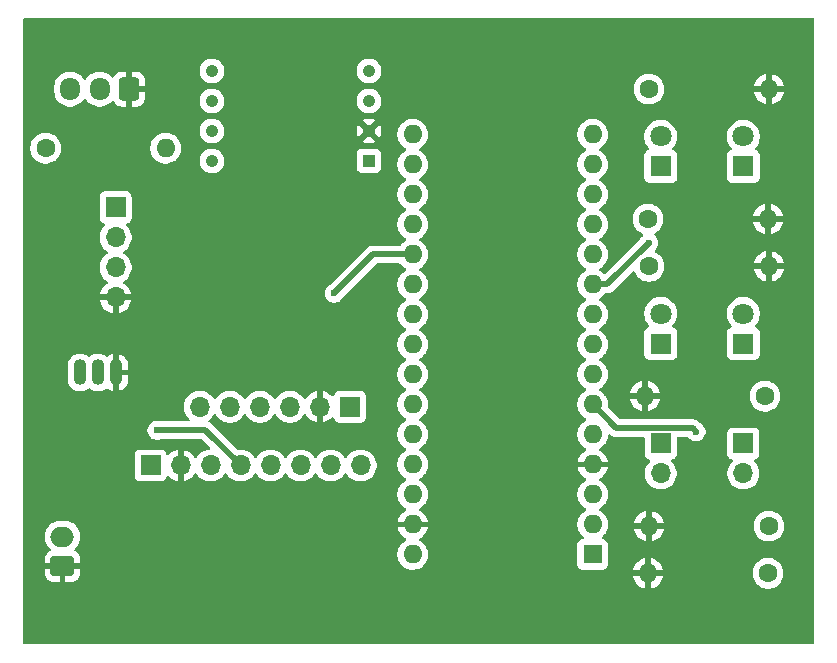
<source format=gbr>
%TF.GenerationSoftware,KiCad,Pcbnew,9.0.0*%
%TF.CreationDate,2025-03-14T06:19:52-06:00*%
%TF.ProjectId,weather_baloon,77656174-6865-4725-9f62-616c6f6f6e2e,rev?*%
%TF.SameCoordinates,Original*%
%TF.FileFunction,Copper,L2,Bot*%
%TF.FilePolarity,Positive*%
%FSLAX46Y46*%
G04 Gerber Fmt 4.6, Leading zero omitted, Abs format (unit mm)*
G04 Created by KiCad (PCBNEW 9.0.0) date 2025-03-14 06:19:52*
%MOMM*%
%LPD*%
G01*
G04 APERTURE LIST*
G04 Aperture macros list*
%AMRoundRect*
0 Rectangle with rounded corners*
0 $1 Rounding radius*
0 $2 $3 $4 $5 $6 $7 $8 $9 X,Y pos of 4 corners*
0 Add a 4 corners polygon primitive as box body*
4,1,4,$2,$3,$4,$5,$6,$7,$8,$9,$2,$3,0*
0 Add four circle primitives for the rounded corners*
1,1,$1+$1,$2,$3*
1,1,$1+$1,$4,$5*
1,1,$1+$1,$6,$7*
1,1,$1+$1,$8,$9*
0 Add four rect primitives between the rounded corners*
20,1,$1+$1,$2,$3,$4,$5,0*
20,1,$1+$1,$4,$5,$6,$7,0*
20,1,$1+$1,$6,$7,$8,$9,0*
20,1,$1+$1,$8,$9,$2,$3,0*%
G04 Aperture macros list end*
%TA.AperFunction,ComponentPad*%
%ADD10C,1.600000*%
%TD*%
%TA.AperFunction,ComponentPad*%
%ADD11O,1.600000X1.600000*%
%TD*%
%TA.AperFunction,ComponentPad*%
%ADD12O,1.100000X2.200000*%
%TD*%
%TA.AperFunction,ComponentPad*%
%ADD13R,1.700000X1.700000*%
%TD*%
%TA.AperFunction,ComponentPad*%
%ADD14O,1.700000X1.700000*%
%TD*%
%TA.AperFunction,ComponentPad*%
%ADD15R,1.800000X1.800000*%
%TD*%
%TA.AperFunction,ComponentPad*%
%ADD16C,1.800000*%
%TD*%
%TA.AperFunction,ComponentPad*%
%ADD17RoundRect,0.250000X0.750000X-0.600000X0.750000X0.600000X-0.750000X0.600000X-0.750000X-0.600000X0*%
%TD*%
%TA.AperFunction,ComponentPad*%
%ADD18O,2.000000X1.700000*%
%TD*%
%TA.AperFunction,ComponentPad*%
%ADD19R,1.600000X1.600000*%
%TD*%
%TA.AperFunction,ComponentPad*%
%ADD20R,1.070000X1.070000*%
%TD*%
%TA.AperFunction,ComponentPad*%
%ADD21C,1.070000*%
%TD*%
%TA.AperFunction,ComponentPad*%
%ADD22RoundRect,0.250000X0.600000X0.725000X-0.600000X0.725000X-0.600000X-0.725000X0.600000X-0.725000X0*%
%TD*%
%TA.AperFunction,ComponentPad*%
%ADD23O,1.700000X1.950000*%
%TD*%
%TA.AperFunction,ViaPad*%
%ADD24C,0.600000*%
%TD*%
%TA.AperFunction,Conductor*%
%ADD25C,0.500000*%
%TD*%
G04 APERTURE END LIST*
D10*
%TO.P,R5,1*%
%TO.N,Net-(D1-K)*%
X221570000Y-78110000D03*
D11*
%TO.P,R5,2*%
%TO.N,GND*%
X231730000Y-78110000D03*
%TD*%
D12*
%TO.P,J2,1,Pin_1*%
%TO.N,GND*%
X176500000Y-91100000D03*
%TO.P,J2,2,Pin_2*%
%TO.N,/TEMP2*%
X175000000Y-91100000D03*
%TO.P,J2,3,Pin_3*%
%TO.N,+5V*%
X173500000Y-91100000D03*
%TD*%
D13*
%TO.P,D5,1,K*%
%TO.N,Net-(D5-K)*%
X222650000Y-97110000D03*
D14*
%TO.P,D5,2,A*%
%TO.N,/ORANGE_LED*%
X222650000Y-99650000D03*
%TD*%
D15*
%TO.P,D3,1,K*%
%TO.N,Net-(D3-K)*%
X222650000Y-88650000D03*
D16*
%TO.P,D3,2,A*%
%TO.N,/BLUE1_LED*%
X222650000Y-86110000D03*
%TD*%
D10*
%TO.P,R7,1*%
%TO.N,+5V*%
X170570000Y-72110000D03*
D11*
%TO.P,R7,2*%
%TO.N,/Temp1*%
X180730000Y-72110000D03*
%TD*%
D13*
%TO.P,J3,1,Pin_1*%
%TO.N,+5V*%
X176500000Y-77120000D03*
D14*
%TO.P,J3,2,Pin_2*%
%TO.N,/HUMIDITY_SENSOR*%
X176500000Y-79660000D03*
%TO.P,J3,3,Pin_3*%
%TO.N,unconnected-(J3-Pin_3-Pad3)*%
X176500000Y-82200000D03*
%TO.P,J3,4,Pin_4*%
%TO.N,GND*%
X176500000Y-84740000D03*
%TD*%
D17*
%TO.P,J4,1,Pin_1*%
%TO.N,GND*%
X172000000Y-107500000D03*
D18*
%TO.P,J4,2,Pin_2*%
%TO.N,VCC*%
X172000000Y-105000000D03*
%TD*%
D13*
%TO.P,D4,1,K*%
%TO.N,Net-(D4-K)*%
X229650000Y-97110000D03*
D14*
%TO.P,D4,2,A*%
%TO.N,/BLUE2_LED*%
X229650000Y-99650000D03*
%TD*%
D15*
%TO.P,D6,1,K*%
%TO.N,Net-(D6-K)*%
X229650000Y-88650000D03*
D16*
%TO.P,D6,2,A*%
%TO.N,/YELLOW_LED*%
X229650000Y-86110000D03*
%TD*%
D19*
%TO.P,A1,1,D1/TX*%
%TO.N,/OPEN_LOG*%
X216890000Y-106510000D03*
D11*
%TO.P,A1,2,D0/RX*%
%TO.N,unconnected-(A1-D0{slash}RX-Pad2)*%
X216890000Y-103970000D03*
%TO.P,A1,3,~{RESET}*%
%TO.N,unconnected-(A1-~{RESET}-Pad3)*%
X216890000Y-101430000D03*
%TO.P,A1,4,GND*%
%TO.N,GND*%
X216890000Y-98890000D03*
%TO.P,A1,5,D2*%
%TO.N,/BLUE1_LED*%
X216890000Y-96350000D03*
%TO.P,A1,6,D3*%
%TO.N,/BLUE2_LED*%
X216890000Y-93810000D03*
%TO.P,A1,7,D4*%
%TO.N,/ORANGE_LED*%
X216890000Y-91270000D03*
%TO.P,A1,8,D5*%
%TO.N,/YELLOW_LED*%
X216890000Y-88730000D03*
%TO.P,A1,9,D6*%
%TO.N,/RED_LED*%
X216890000Y-86190000D03*
%TO.P,A1,10,D7*%
%TO.N,/GREEN_LED*%
X216890000Y-83650000D03*
%TO.P,A1,11,D8*%
%TO.N,unconnected-(A1-D8-Pad11)*%
X216890000Y-81110000D03*
%TO.P,A1,12,D9*%
%TO.N,unconnected-(A1-D9-Pad12)*%
X216890000Y-78570000D03*
%TO.P,A1,13,D10*%
%TO.N,unconnected-(A1-D10-Pad13)*%
X216890000Y-76030000D03*
%TO.P,A1,14,D11*%
%TO.N,unconnected-(A1-D11-Pad14)*%
X216890000Y-73490000D03*
%TO.P,A1,15,D12*%
%TO.N,unconnected-(A1-D12-Pad15)*%
X216890000Y-70950000D03*
%TO.P,A1,16,D13*%
%TO.N,unconnected-(A1-D13-Pad16)*%
X201650000Y-70950000D03*
%TO.P,A1,17,3V3*%
%TO.N,+3V3*%
X201650000Y-73490000D03*
%TO.P,A1,18,AREF*%
%TO.N,unconnected-(A1-AREF-Pad18)*%
X201650000Y-76030000D03*
%TO.P,A1,19,A0*%
%TO.N,/Temp1*%
X201650000Y-78570000D03*
%TO.P,A1,20,A1*%
%TO.N,/TEMP2*%
X201650000Y-81110000D03*
%TO.P,A1,21,A2*%
%TO.N,/HUMIDITY_SENSOR*%
X201650000Y-83650000D03*
%TO.P,A1,22,A3*%
%TO.N,/PRESSURE_SENSOR*%
X201650000Y-86190000D03*
%TO.P,A1,23,A4*%
%TO.N,/I2C_SDA*%
X201650000Y-88730000D03*
%TO.P,A1,24,A5*%
%TO.N,/I2C_SCL*%
X201650000Y-91270000D03*
%TO.P,A1,25,A6*%
%TO.N,unconnected-(A1-A6-Pad25)*%
X201650000Y-93810000D03*
%TO.P,A1,26,A7*%
%TO.N,unconnected-(A1-A7-Pad26)*%
X201650000Y-96350000D03*
%TO.P,A1,27,+5V*%
%TO.N,+5V*%
X201650000Y-98890000D03*
%TO.P,A1,28,~{RESET}*%
%TO.N,unconnected-(A1-~{RESET}-Pad28)*%
X201650000Y-101430000D03*
%TO.P,A1,29,GND*%
%TO.N,GND*%
X201650000Y-103970000D03*
%TO.P,A1,30,VIN*%
%TO.N,VCC*%
X201650000Y-106510000D03*
%TD*%
D13*
%TO.P,J9,1,Pin_1*%
%TO.N,+5V*%
X179460000Y-98975000D03*
D14*
%TO.P,J9,2,Pin_2*%
%TO.N,GND*%
X182000000Y-98975000D03*
%TO.P,J9,3,Pin_3*%
%TO.N,/I2C_SCL*%
X184540000Y-98975000D03*
%TO.P,J9,4,Pin_4*%
%TO.N,/I2C_SDA*%
X187080000Y-98975000D03*
%TO.P,J9,5,Pin_5*%
%TO.N,unconnected-(J9-Pin_5-Pad5)*%
X189620000Y-98975000D03*
%TO.P,J9,6,Pin_6*%
%TO.N,unconnected-(J9-Pin_6-Pad6)*%
X192160000Y-98975000D03*
%TO.P,J9,7,Pin_7*%
%TO.N,unconnected-(J9-Pin_7-Pad7)*%
X194700000Y-98975000D03*
%TO.P,J9,8,Pin_8*%
%TO.N,unconnected-(J9-Pin_8-Pad8)*%
X197240000Y-98975000D03*
%TD*%
D20*
%TO.P,U3,1,Vcc*%
%TO.N,+5V*%
X197950000Y-73190000D03*
D21*
%TO.P,U3,2,GND*%
%TO.N,GND*%
X197950000Y-70650000D03*
%TO.P,U3,3,Vout*%
%TO.N,/PRESSURE_SENSOR*%
X197950000Y-68110000D03*
%TO.P,U3,4,NC*%
%TO.N,unconnected-(U3-NC-Pad4)*%
X197950000Y-65570000D03*
%TO.P,U3,5,NC*%
%TO.N,unconnected-(U3-NC-Pad5)*%
X184650000Y-65570000D03*
%TO.P,U3,6,NC*%
%TO.N,unconnected-(U3-NC-Pad6)*%
X184650000Y-68110000D03*
%TO.P,U3,7*%
%TO.N,N/C*%
X184650000Y-70650000D03*
%TO.P,U3,8*%
X184650000Y-73190000D03*
%TD*%
D15*
%TO.P,D2,1,K*%
%TO.N,Net-(D2-K)*%
X229650000Y-73650000D03*
D16*
%TO.P,D2,2,A*%
%TO.N,/GREEN_LED*%
X229650000Y-71110000D03*
%TD*%
D13*
%TO.P,OPEN_LOG1,1,Pin_1*%
%TO.N,unconnected-(OPEN_LOG1-Pin_1-Pad1)*%
X196330000Y-94000000D03*
D14*
%TO.P,OPEN_LOG1,2,Pin_2*%
%TO.N,GND*%
X193790000Y-94000000D03*
%TO.P,OPEN_LOG1,3,Pin_3*%
%TO.N,+5V*%
X191250000Y-94000000D03*
%TO.P,OPEN_LOG1,4,Pin_4*%
%TO.N,unconnected-(OPEN_LOG1-Pin_4-Pad4)*%
X188710000Y-94000000D03*
%TO.P,OPEN_LOG1,5,Pin_5*%
%TO.N,/OPEN_LOG*%
X186170000Y-94000000D03*
%TO.P,OPEN_LOG1,6,Pin_6*%
%TO.N,unconnected-(OPEN_LOG1-Pin_6-Pad6)*%
X183630000Y-94000000D03*
%TD*%
D10*
%TO.P,R3,1*%
%TO.N,Net-(D4-K)*%
X231730000Y-108110000D03*
D11*
%TO.P,R3,2*%
%TO.N,GND*%
X221570000Y-108110000D03*
%TD*%
D10*
%TO.P,R1,1*%
%TO.N,Net-(D6-K)*%
X221650000Y-82110000D03*
D11*
%TO.P,R1,2*%
%TO.N,GND*%
X231810000Y-82110000D03*
%TD*%
D15*
%TO.P,D1,1,K*%
%TO.N,Net-(D1-K)*%
X222650000Y-73650000D03*
D16*
%TO.P,D1,2,A*%
%TO.N,/RED_LED*%
X222650000Y-71110000D03*
%TD*%
D10*
%TO.P,R4,1*%
%TO.N,Net-(D2-K)*%
X221650000Y-67110000D03*
D11*
%TO.P,R4,2*%
%TO.N,GND*%
X231810000Y-67110000D03*
%TD*%
D10*
%TO.P,R6,1*%
%TO.N,Net-(D3-K)*%
X231480000Y-93110000D03*
D11*
%TO.P,R6,2*%
%TO.N,GND*%
X221320000Y-93110000D03*
%TD*%
D10*
%TO.P,R2,1*%
%TO.N,Net-(D5-K)*%
X231810000Y-104110000D03*
D11*
%TO.P,R2,2*%
%TO.N,GND*%
X221650000Y-104110000D03*
%TD*%
D22*
%TO.P,J1,1,Pin_1*%
%TO.N,GND*%
X177650000Y-67110000D03*
D23*
%TO.P,J1,2,Pin_2*%
%TO.N,/Temp1*%
X175150000Y-67110000D03*
%TO.P,J1,3,Pin_3*%
%TO.N,+5V*%
X172650000Y-67110000D03*
%TD*%
D24*
%TO.N,/BLUE2_LED*%
X225650000Y-96110000D03*
%TO.N,/GREEN_LED*%
X221650000Y-80110000D03*
%TO.N,/TEMP2*%
X195000000Y-84400000D03*
%TO.N,/I2C_SDA*%
X180000000Y-96000000D03*
%TD*%
D25*
%TO.N,/BLUE2_LED*%
X225650000Y-96110000D02*
X225349000Y-95809000D01*
X218889000Y-95809000D02*
X216890000Y-93810000D01*
X225349000Y-95809000D02*
X218889000Y-95809000D01*
%TO.N,/GREEN_LED*%
X218110000Y-83650000D02*
X216890000Y-83650000D01*
X221650000Y-80110000D02*
X218110000Y-83650000D01*
%TO.N,/TEMP2*%
X198290000Y-81110000D02*
X201650000Y-81110000D01*
X195000000Y-84400000D02*
X198290000Y-81110000D01*
%TO.N,/I2C_SDA*%
X187080000Y-98975000D02*
X184105000Y-96000000D01*
X184105000Y-96000000D02*
X180000000Y-96000000D01*
%TD*%
%TA.AperFunction,Conductor*%
%TO.N,GND*%
G36*
X235593039Y-61129685D02*
G01*
X235638794Y-61182489D01*
X235650000Y-61234000D01*
X235650000Y-113986000D01*
X235630315Y-114053039D01*
X235577511Y-114098794D01*
X235526000Y-114110000D01*
X168774000Y-114110000D01*
X168706961Y-114090315D01*
X168661206Y-114037511D01*
X168650000Y-113986000D01*
X168650000Y-104893713D01*
X170499500Y-104893713D01*
X170499500Y-105106287D01*
X170509318Y-105168273D01*
X170532591Y-105315218D01*
X170532754Y-105316243D01*
X170598320Y-105518034D01*
X170598444Y-105518414D01*
X170694951Y-105707820D01*
X170819890Y-105879786D01*
X170959068Y-106018964D01*
X170992553Y-106080287D01*
X170987569Y-106149979D01*
X170945697Y-106205912D01*
X170936484Y-106212183D01*
X170781659Y-106307680D01*
X170781655Y-106307683D01*
X170657684Y-106431654D01*
X170565643Y-106580875D01*
X170565641Y-106580880D01*
X170510494Y-106747302D01*
X170510493Y-106747309D01*
X170500000Y-106850013D01*
X170500000Y-107250000D01*
X171566988Y-107250000D01*
X171534075Y-107307007D01*
X171500000Y-107434174D01*
X171500000Y-107565826D01*
X171534075Y-107692993D01*
X171566988Y-107750000D01*
X170500001Y-107750000D01*
X170500001Y-108149986D01*
X170510494Y-108252697D01*
X170565641Y-108419119D01*
X170565643Y-108419124D01*
X170657684Y-108568345D01*
X170781654Y-108692315D01*
X170930875Y-108784356D01*
X170930880Y-108784358D01*
X171097302Y-108839505D01*
X171097309Y-108839506D01*
X171200019Y-108849999D01*
X171749999Y-108849999D01*
X171750000Y-108849998D01*
X171750000Y-107933012D01*
X171807007Y-107965925D01*
X171934174Y-108000000D01*
X172065826Y-108000000D01*
X172192993Y-107965925D01*
X172250000Y-107933012D01*
X172250000Y-108849999D01*
X172799972Y-108849999D01*
X172799986Y-108849998D01*
X172902697Y-108839505D01*
X173069119Y-108784358D01*
X173069124Y-108784356D01*
X173218345Y-108692315D01*
X173342315Y-108568345D01*
X173434356Y-108419124D01*
X173434358Y-108419119D01*
X173479155Y-108283933D01*
X173479155Y-108283932D01*
X173489504Y-108252700D01*
X173489506Y-108252690D01*
X173499999Y-108149986D01*
X173500000Y-108149973D01*
X173500000Y-107860000D01*
X220293391Y-107860000D01*
X221254314Y-107860000D01*
X221249920Y-107864394D01*
X221197259Y-107955606D01*
X221170000Y-108057339D01*
X221170000Y-108162661D01*
X221197259Y-108264394D01*
X221249920Y-108355606D01*
X221254314Y-108360000D01*
X220293391Y-108360000D01*
X220302009Y-108414413D01*
X220365244Y-108609029D01*
X220458140Y-108791349D01*
X220578417Y-108956894D01*
X220578417Y-108956895D01*
X220723104Y-109101582D01*
X220888650Y-109221859D01*
X221070968Y-109314754D01*
X221265578Y-109377988D01*
X221320000Y-109386607D01*
X221320000Y-108425686D01*
X221324394Y-108430080D01*
X221415606Y-108482741D01*
X221517339Y-108510000D01*
X221622661Y-108510000D01*
X221724394Y-108482741D01*
X221815606Y-108430080D01*
X221820000Y-108425686D01*
X221820000Y-109386606D01*
X221874421Y-109377988D01*
X222069031Y-109314754D01*
X222251349Y-109221859D01*
X222416894Y-109101582D01*
X222416895Y-109101582D01*
X222561582Y-108956895D01*
X222561582Y-108956894D01*
X222681859Y-108791349D01*
X222774755Y-108609029D01*
X222837990Y-108414413D01*
X222846609Y-108360000D01*
X221885686Y-108360000D01*
X221890080Y-108355606D01*
X221942741Y-108264394D01*
X221970000Y-108162661D01*
X221970000Y-108057339D01*
X221956685Y-108007648D01*
X230429500Y-108007648D01*
X230429500Y-108212351D01*
X230461522Y-108414534D01*
X230524781Y-108609223D01*
X230617715Y-108791613D01*
X230738028Y-108957213D01*
X230882786Y-109101971D01*
X231037749Y-109214556D01*
X231048390Y-109222287D01*
X231164607Y-109281503D01*
X231230776Y-109315218D01*
X231230778Y-109315218D01*
X231230781Y-109315220D01*
X231335137Y-109349127D01*
X231425465Y-109378477D01*
X231526557Y-109394488D01*
X231627648Y-109410500D01*
X231627649Y-109410500D01*
X231832351Y-109410500D01*
X231832352Y-109410500D01*
X232034534Y-109378477D01*
X232229219Y-109315220D01*
X232411610Y-109222287D01*
X232504590Y-109154732D01*
X232577213Y-109101971D01*
X232577215Y-109101968D01*
X232577219Y-109101966D01*
X232721966Y-108957219D01*
X232721968Y-108957215D01*
X232721971Y-108957213D01*
X232799866Y-108849998D01*
X232842287Y-108791610D01*
X232935220Y-108609219D01*
X232998477Y-108414534D01*
X233030500Y-108212352D01*
X233030500Y-108007648D01*
X233013466Y-107900099D01*
X232998477Y-107805465D01*
X232953663Y-107667544D01*
X232935220Y-107610781D01*
X232935218Y-107610778D01*
X232935218Y-107610776D01*
X232879776Y-107501966D01*
X232842287Y-107428390D01*
X232834362Y-107417482D01*
X232721971Y-107262786D01*
X232577213Y-107118028D01*
X232411613Y-106997715D01*
X232411612Y-106997714D01*
X232411610Y-106997713D01*
X232354653Y-106968691D01*
X232229223Y-106904781D01*
X232034534Y-106841522D01*
X231859995Y-106813878D01*
X231832352Y-106809500D01*
X231627648Y-106809500D01*
X231603329Y-106813351D01*
X231425465Y-106841522D01*
X231230776Y-106904781D01*
X231048386Y-106997715D01*
X230882786Y-107118028D01*
X230738028Y-107262786D01*
X230617715Y-107428386D01*
X230524781Y-107610776D01*
X230461522Y-107805465D01*
X230429500Y-108007648D01*
X221956685Y-108007648D01*
X221942741Y-107955606D01*
X221890080Y-107864394D01*
X221885686Y-107860000D01*
X222846609Y-107860000D01*
X222837990Y-107805586D01*
X222774755Y-107610970D01*
X222681859Y-107428650D01*
X222561582Y-107263105D01*
X222561582Y-107263104D01*
X222416895Y-107118417D01*
X222251349Y-106998140D01*
X222069029Y-106905244D01*
X221874413Y-106842009D01*
X221820000Y-106833390D01*
X221820000Y-107794314D01*
X221815606Y-107789920D01*
X221724394Y-107737259D01*
X221622661Y-107710000D01*
X221517339Y-107710000D01*
X221415606Y-107737259D01*
X221324394Y-107789920D01*
X221320000Y-107794314D01*
X221320000Y-106833390D01*
X221265586Y-106842009D01*
X221070970Y-106905244D01*
X220888650Y-106998140D01*
X220723105Y-107118417D01*
X220723104Y-107118417D01*
X220578417Y-107263104D01*
X220578417Y-107263105D01*
X220458140Y-107428650D01*
X220365244Y-107610970D01*
X220302009Y-107805586D01*
X220293391Y-107860000D01*
X173500000Y-107860000D01*
X173500000Y-107750000D01*
X172433012Y-107750000D01*
X172465925Y-107692993D01*
X172500000Y-107565826D01*
X172500000Y-107434174D01*
X172465925Y-107307007D01*
X172433012Y-107250000D01*
X173499999Y-107250000D01*
X173499999Y-106850028D01*
X173499998Y-106850013D01*
X173489505Y-106747302D01*
X173434358Y-106580880D01*
X173434353Y-106580869D01*
X173364656Y-106467873D01*
X173364655Y-106467872D01*
X173342317Y-106431656D01*
X173218345Y-106307684D01*
X173063515Y-106212184D01*
X173016791Y-106160236D01*
X173005568Y-106091273D01*
X173033412Y-106027191D01*
X173040909Y-106018986D01*
X173180104Y-105879792D01*
X173217450Y-105828390D01*
X173305048Y-105707820D01*
X173305047Y-105707820D01*
X173305051Y-105707816D01*
X173401557Y-105518412D01*
X173467246Y-105316243D01*
X173500500Y-105106287D01*
X173500500Y-104893713D01*
X173467246Y-104683757D01*
X173401557Y-104481588D01*
X173305051Y-104292184D01*
X173305049Y-104292181D01*
X173305048Y-104292179D01*
X173180109Y-104120213D01*
X173029786Y-103969890D01*
X172857820Y-103844951D01*
X172668414Y-103748444D01*
X172668413Y-103748443D01*
X172668412Y-103748443D01*
X172466243Y-103682754D01*
X172466241Y-103682753D01*
X172466240Y-103682753D01*
X172304957Y-103657208D01*
X172256287Y-103649500D01*
X171743713Y-103649500D01*
X171695042Y-103657208D01*
X171533760Y-103682753D01*
X171331585Y-103748444D01*
X171142179Y-103844951D01*
X170970213Y-103969890D01*
X170819890Y-104120213D01*
X170694951Y-104292179D01*
X170598444Y-104481585D01*
X170532753Y-104683760D01*
X170499500Y-104893713D01*
X168650000Y-104893713D01*
X168650000Y-98077135D01*
X178109500Y-98077135D01*
X178109500Y-99872870D01*
X178109501Y-99872876D01*
X178115908Y-99932483D01*
X178166202Y-100067328D01*
X178166206Y-100067335D01*
X178252452Y-100182544D01*
X178252455Y-100182547D01*
X178367664Y-100268793D01*
X178367671Y-100268797D01*
X178502517Y-100319091D01*
X178502516Y-100319091D01*
X178509444Y-100319835D01*
X178562127Y-100325500D01*
X180357872Y-100325499D01*
X180417483Y-100319091D01*
X180552331Y-100268796D01*
X180667546Y-100182546D01*
X180753796Y-100067331D01*
X180803002Y-99935401D01*
X180844872Y-99879468D01*
X180910337Y-99855050D01*
X180978610Y-99869901D01*
X181006865Y-99891053D01*
X181120535Y-100004723D01*
X181120540Y-100004727D01*
X181292442Y-100129620D01*
X181481782Y-100226095D01*
X181683871Y-100291757D01*
X181750000Y-100302231D01*
X181750000Y-99408012D01*
X181807007Y-99440925D01*
X181934174Y-99475000D01*
X182065826Y-99475000D01*
X182192993Y-99440925D01*
X182250000Y-99408012D01*
X182250000Y-100302230D01*
X182316126Y-100291757D01*
X182316129Y-100291757D01*
X182518217Y-100226095D01*
X182707557Y-100129620D01*
X182879459Y-100004727D01*
X182879464Y-100004723D01*
X183029723Y-99854464D01*
X183029727Y-99854459D01*
X183154620Y-99682558D01*
X183159232Y-99673507D01*
X183207205Y-99622709D01*
X183275025Y-99605912D01*
X183341161Y-99628447D01*
X183380204Y-99673504D01*
X183384949Y-99682817D01*
X183509890Y-99854786D01*
X183660213Y-100005109D01*
X183832179Y-100130048D01*
X183832181Y-100130049D01*
X183832184Y-100130051D01*
X184021588Y-100226557D01*
X184223757Y-100292246D01*
X184433713Y-100325500D01*
X184433714Y-100325500D01*
X184646286Y-100325500D01*
X184646287Y-100325500D01*
X184856243Y-100292246D01*
X185058412Y-100226557D01*
X185247816Y-100130051D01*
X185334138Y-100067335D01*
X185419786Y-100005109D01*
X185419788Y-100005106D01*
X185419792Y-100005104D01*
X185570104Y-99854792D01*
X185570106Y-99854788D01*
X185570109Y-99854786D01*
X185695048Y-99682820D01*
X185695050Y-99682817D01*
X185695051Y-99682816D01*
X185699514Y-99674054D01*
X185747488Y-99623259D01*
X185815308Y-99606463D01*
X185881444Y-99628999D01*
X185920486Y-99674056D01*
X185924951Y-99682820D01*
X186049890Y-99854786D01*
X186200213Y-100005109D01*
X186372179Y-100130048D01*
X186372181Y-100130049D01*
X186372184Y-100130051D01*
X186561588Y-100226557D01*
X186763757Y-100292246D01*
X186973713Y-100325500D01*
X186973714Y-100325500D01*
X187186286Y-100325500D01*
X187186287Y-100325500D01*
X187396243Y-100292246D01*
X187598412Y-100226557D01*
X187787816Y-100130051D01*
X187874138Y-100067335D01*
X187959786Y-100005109D01*
X187959788Y-100005106D01*
X187959792Y-100005104D01*
X188110104Y-99854792D01*
X188110106Y-99854788D01*
X188110109Y-99854786D01*
X188235048Y-99682820D01*
X188235050Y-99682817D01*
X188235051Y-99682816D01*
X188239514Y-99674054D01*
X188287488Y-99623259D01*
X188355308Y-99606463D01*
X188421444Y-99628999D01*
X188460486Y-99674056D01*
X188464951Y-99682820D01*
X188589890Y-99854786D01*
X188740213Y-100005109D01*
X188912179Y-100130048D01*
X188912181Y-100130049D01*
X188912184Y-100130051D01*
X189101588Y-100226557D01*
X189303757Y-100292246D01*
X189513713Y-100325500D01*
X189513714Y-100325500D01*
X189726286Y-100325500D01*
X189726287Y-100325500D01*
X189936243Y-100292246D01*
X190138412Y-100226557D01*
X190327816Y-100130051D01*
X190414138Y-100067335D01*
X190499786Y-100005109D01*
X190499788Y-100005106D01*
X190499792Y-100005104D01*
X190650104Y-99854792D01*
X190650106Y-99854788D01*
X190650109Y-99854786D01*
X190775048Y-99682820D01*
X190775050Y-99682817D01*
X190775051Y-99682816D01*
X190779514Y-99674054D01*
X190827488Y-99623259D01*
X190895308Y-99606463D01*
X190961444Y-99628999D01*
X191000486Y-99674056D01*
X191004951Y-99682820D01*
X191129890Y-99854786D01*
X191280213Y-100005109D01*
X191452179Y-100130048D01*
X191452181Y-100130049D01*
X191452184Y-100130051D01*
X191641588Y-100226557D01*
X191843757Y-100292246D01*
X192053713Y-100325500D01*
X192053714Y-100325500D01*
X192266286Y-100325500D01*
X192266287Y-100325500D01*
X192476243Y-100292246D01*
X192678412Y-100226557D01*
X192867816Y-100130051D01*
X192954138Y-100067335D01*
X193039786Y-100005109D01*
X193039788Y-100005106D01*
X193039792Y-100005104D01*
X193190104Y-99854792D01*
X193190106Y-99854788D01*
X193190109Y-99854786D01*
X193315048Y-99682820D01*
X193315050Y-99682817D01*
X193315051Y-99682816D01*
X193319514Y-99674054D01*
X193367488Y-99623259D01*
X193435308Y-99606463D01*
X193501444Y-99628999D01*
X193540486Y-99674056D01*
X193544951Y-99682820D01*
X193669890Y-99854786D01*
X193820213Y-100005109D01*
X193992179Y-100130048D01*
X193992181Y-100130049D01*
X193992184Y-100130051D01*
X194181588Y-100226557D01*
X194383757Y-100292246D01*
X194593713Y-100325500D01*
X194593714Y-100325500D01*
X194806286Y-100325500D01*
X194806287Y-100325500D01*
X195016243Y-100292246D01*
X195218412Y-100226557D01*
X195407816Y-100130051D01*
X195494138Y-100067335D01*
X195579786Y-100005109D01*
X195579788Y-100005106D01*
X195579792Y-100005104D01*
X195730104Y-99854792D01*
X195730106Y-99854788D01*
X195730109Y-99854786D01*
X195855048Y-99682820D01*
X195855050Y-99682817D01*
X195855051Y-99682816D01*
X195859514Y-99674054D01*
X195907488Y-99623259D01*
X195975308Y-99606463D01*
X196041444Y-99628999D01*
X196080486Y-99674056D01*
X196084951Y-99682820D01*
X196209890Y-99854786D01*
X196360213Y-100005109D01*
X196532179Y-100130048D01*
X196532181Y-100130049D01*
X196532184Y-100130051D01*
X196721588Y-100226557D01*
X196923757Y-100292246D01*
X197133713Y-100325500D01*
X197133714Y-100325500D01*
X197346286Y-100325500D01*
X197346287Y-100325500D01*
X197556243Y-100292246D01*
X197758412Y-100226557D01*
X197947816Y-100130051D01*
X198034138Y-100067335D01*
X198119786Y-100005109D01*
X198119788Y-100005106D01*
X198119792Y-100005104D01*
X198270104Y-99854792D01*
X198270106Y-99854788D01*
X198270109Y-99854786D01*
X198395048Y-99682820D01*
X198395050Y-99682817D01*
X198395051Y-99682816D01*
X198491557Y-99493412D01*
X198557246Y-99291243D01*
X198590500Y-99081287D01*
X198590500Y-98868713D01*
X198557246Y-98658757D01*
X198491557Y-98456588D01*
X198395051Y-98267184D01*
X198395049Y-98267181D01*
X198395048Y-98267179D01*
X198270109Y-98095213D01*
X198119786Y-97944890D01*
X197947820Y-97819951D01*
X197758414Y-97723444D01*
X197758413Y-97723443D01*
X197758412Y-97723443D01*
X197556243Y-97657754D01*
X197556241Y-97657753D01*
X197556240Y-97657753D01*
X197394957Y-97632208D01*
X197346287Y-97624500D01*
X197133713Y-97624500D01*
X197085042Y-97632208D01*
X196923760Y-97657753D01*
X196721585Y-97723444D01*
X196532179Y-97819951D01*
X196360213Y-97944890D01*
X196209890Y-98095213D01*
X196084949Y-98267182D01*
X196080484Y-98275946D01*
X196032509Y-98326742D01*
X195964688Y-98343536D01*
X195898553Y-98320998D01*
X195859516Y-98275946D01*
X195855050Y-98267182D01*
X195730109Y-98095213D01*
X195579786Y-97944890D01*
X195407820Y-97819951D01*
X195218414Y-97723444D01*
X195218413Y-97723443D01*
X195218412Y-97723443D01*
X195016243Y-97657754D01*
X195016241Y-97657753D01*
X195016240Y-97657753D01*
X194854957Y-97632208D01*
X194806287Y-97624500D01*
X194593713Y-97624500D01*
X194545042Y-97632208D01*
X194383760Y-97657753D01*
X194181585Y-97723444D01*
X193992179Y-97819951D01*
X193820213Y-97944890D01*
X193669890Y-98095213D01*
X193544949Y-98267182D01*
X193540484Y-98275946D01*
X193492509Y-98326742D01*
X193424688Y-98343536D01*
X193358553Y-98320998D01*
X193319516Y-98275946D01*
X193315050Y-98267182D01*
X193190109Y-98095213D01*
X193039786Y-97944890D01*
X192867820Y-97819951D01*
X192678414Y-97723444D01*
X192678413Y-97723443D01*
X192678412Y-97723443D01*
X192476243Y-97657754D01*
X192476241Y-97657753D01*
X192476240Y-97657753D01*
X192314957Y-97632208D01*
X192266287Y-97624500D01*
X192053713Y-97624500D01*
X192005042Y-97632208D01*
X191843760Y-97657753D01*
X191641585Y-97723444D01*
X191452179Y-97819951D01*
X191280213Y-97944890D01*
X191129890Y-98095213D01*
X191004949Y-98267182D01*
X191000484Y-98275946D01*
X190952509Y-98326742D01*
X190884688Y-98343536D01*
X190818553Y-98320998D01*
X190779516Y-98275946D01*
X190775050Y-98267182D01*
X190650109Y-98095213D01*
X190499786Y-97944890D01*
X190327820Y-97819951D01*
X190138414Y-97723444D01*
X190138413Y-97723443D01*
X190138412Y-97723443D01*
X189936243Y-97657754D01*
X189936241Y-97657753D01*
X189936240Y-97657753D01*
X189774957Y-97632208D01*
X189726287Y-97624500D01*
X189513713Y-97624500D01*
X189465042Y-97632208D01*
X189303760Y-97657753D01*
X189101585Y-97723444D01*
X188912179Y-97819951D01*
X188740213Y-97944890D01*
X188589890Y-98095213D01*
X188464949Y-98267182D01*
X188460484Y-98275946D01*
X188412509Y-98326742D01*
X188344688Y-98343536D01*
X188278553Y-98320998D01*
X188239516Y-98275946D01*
X188235050Y-98267182D01*
X188110109Y-98095213D01*
X187959786Y-97944890D01*
X187787820Y-97819951D01*
X187598414Y-97723444D01*
X187598413Y-97723443D01*
X187598412Y-97723443D01*
X187396243Y-97657754D01*
X187396241Y-97657753D01*
X187396240Y-97657753D01*
X187234957Y-97632208D01*
X187186287Y-97624500D01*
X186973713Y-97624500D01*
X186973708Y-97624500D01*
X186878270Y-97639616D01*
X186808977Y-97630662D01*
X186771191Y-97604824D01*
X184583421Y-95417052D01*
X184583414Y-95417046D01*
X184509729Y-95367812D01*
X184509729Y-95367813D01*
X184460495Y-95334916D01*
X184441939Y-95327230D01*
X184429253Y-95321975D01*
X184374850Y-95278134D01*
X184352785Y-95211840D01*
X184370064Y-95144141D01*
X184403822Y-95107095D01*
X184433806Y-95085311D01*
X184505050Y-95033549D01*
X184509788Y-95030107D01*
X184509788Y-95030106D01*
X184509792Y-95030104D01*
X184660104Y-94879792D01*
X184660106Y-94879788D01*
X184660109Y-94879786D01*
X184785048Y-94707820D01*
X184785047Y-94707820D01*
X184785051Y-94707816D01*
X184789514Y-94699054D01*
X184837488Y-94648259D01*
X184905308Y-94631463D01*
X184971444Y-94653999D01*
X185010486Y-94699056D01*
X185014951Y-94707820D01*
X185139890Y-94879786D01*
X185290213Y-95030109D01*
X185462179Y-95155048D01*
X185462181Y-95155049D01*
X185462184Y-95155051D01*
X185651588Y-95251557D01*
X185853757Y-95317246D01*
X186063713Y-95350500D01*
X186063714Y-95350500D01*
X186276286Y-95350500D01*
X186276287Y-95350500D01*
X186486243Y-95317246D01*
X186688412Y-95251557D01*
X186877816Y-95155051D01*
X186964138Y-95092335D01*
X187049786Y-95030109D01*
X187049788Y-95030106D01*
X187049792Y-95030104D01*
X187200104Y-94879792D01*
X187200106Y-94879788D01*
X187200109Y-94879786D01*
X187325048Y-94707820D01*
X187325047Y-94707820D01*
X187325051Y-94707816D01*
X187329514Y-94699054D01*
X187377488Y-94648259D01*
X187445308Y-94631463D01*
X187511444Y-94653999D01*
X187550486Y-94699056D01*
X187554951Y-94707820D01*
X187679890Y-94879786D01*
X187830213Y-95030109D01*
X188002179Y-95155048D01*
X188002181Y-95155049D01*
X188002184Y-95155051D01*
X188191588Y-95251557D01*
X188393757Y-95317246D01*
X188603713Y-95350500D01*
X188603714Y-95350500D01*
X188816286Y-95350500D01*
X188816287Y-95350500D01*
X189026243Y-95317246D01*
X189228412Y-95251557D01*
X189417816Y-95155051D01*
X189504138Y-95092335D01*
X189589786Y-95030109D01*
X189589788Y-95030106D01*
X189589792Y-95030104D01*
X189740104Y-94879792D01*
X189740106Y-94879788D01*
X189740109Y-94879786D01*
X189865048Y-94707820D01*
X189865047Y-94707820D01*
X189865051Y-94707816D01*
X189869514Y-94699054D01*
X189917488Y-94648259D01*
X189985308Y-94631463D01*
X190051444Y-94653999D01*
X190090486Y-94699056D01*
X190094951Y-94707820D01*
X190219890Y-94879786D01*
X190370213Y-95030109D01*
X190542179Y-95155048D01*
X190542181Y-95155049D01*
X190542184Y-95155051D01*
X190731588Y-95251557D01*
X190933757Y-95317246D01*
X191143713Y-95350500D01*
X191143714Y-95350500D01*
X191356286Y-95350500D01*
X191356287Y-95350500D01*
X191566243Y-95317246D01*
X191768412Y-95251557D01*
X191957816Y-95155051D01*
X192044138Y-95092335D01*
X192129786Y-95030109D01*
X192129788Y-95030106D01*
X192129792Y-95030104D01*
X192280104Y-94879792D01*
X192280106Y-94879788D01*
X192280109Y-94879786D01*
X192405048Y-94707820D01*
X192405051Y-94707816D01*
X192409793Y-94698508D01*
X192457763Y-94647711D01*
X192525583Y-94630911D01*
X192591719Y-94653445D01*
X192630763Y-94698500D01*
X192635377Y-94707555D01*
X192760272Y-94879459D01*
X192760276Y-94879464D01*
X192910535Y-95029723D01*
X192910540Y-95029727D01*
X193082442Y-95154620D01*
X193271782Y-95251095D01*
X193473871Y-95316757D01*
X193540000Y-95327231D01*
X193540000Y-94433012D01*
X193597007Y-94465925D01*
X193724174Y-94500000D01*
X193855826Y-94500000D01*
X193982993Y-94465925D01*
X194040000Y-94433012D01*
X194040000Y-95327230D01*
X194106126Y-95316757D01*
X194106129Y-95316757D01*
X194308217Y-95251095D01*
X194497557Y-95154620D01*
X194669458Y-95029728D01*
X194783133Y-94916053D01*
X194844456Y-94882568D01*
X194914148Y-94887552D01*
X194970082Y-94929423D01*
X194986997Y-94960401D01*
X195036202Y-95092328D01*
X195036206Y-95092335D01*
X195122452Y-95207544D01*
X195122455Y-95207547D01*
X195237664Y-95293793D01*
X195237671Y-95293797D01*
X195372517Y-95344091D01*
X195372516Y-95344091D01*
X195379444Y-95344835D01*
X195432127Y-95350500D01*
X197227872Y-95350499D01*
X197287483Y-95344091D01*
X197422331Y-95293796D01*
X197537546Y-95207546D01*
X197623796Y-95092331D01*
X197674091Y-94957483D01*
X197680500Y-94897873D01*
X197680499Y-93102128D01*
X197674091Y-93042517D01*
X197673002Y-93039598D01*
X197623797Y-92907671D01*
X197623793Y-92907664D01*
X197537547Y-92792455D01*
X197537544Y-92792452D01*
X197422335Y-92706206D01*
X197422328Y-92706202D01*
X197287482Y-92655908D01*
X197287483Y-92655908D01*
X197227883Y-92649501D01*
X197227881Y-92649500D01*
X197227873Y-92649500D01*
X197227864Y-92649500D01*
X195432129Y-92649500D01*
X195432123Y-92649501D01*
X195372516Y-92655908D01*
X195237671Y-92706202D01*
X195237664Y-92706206D01*
X195122455Y-92792452D01*
X195122452Y-92792455D01*
X195036206Y-92907664D01*
X195036202Y-92907671D01*
X194986997Y-93039598D01*
X194945126Y-93095532D01*
X194879661Y-93119949D01*
X194811388Y-93105097D01*
X194783134Y-93083946D01*
X194669464Y-92970276D01*
X194669459Y-92970272D01*
X194497557Y-92845379D01*
X194308215Y-92748903D01*
X194106124Y-92683241D01*
X194040000Y-92672768D01*
X194040000Y-93566988D01*
X193982993Y-93534075D01*
X193855826Y-93500000D01*
X193724174Y-93500000D01*
X193597007Y-93534075D01*
X193540000Y-93566988D01*
X193540000Y-92672768D01*
X193539999Y-92672768D01*
X193473875Y-92683241D01*
X193271784Y-92748903D01*
X193082442Y-92845379D01*
X192910540Y-92970272D01*
X192910535Y-92970276D01*
X192760276Y-93120535D01*
X192760272Y-93120540D01*
X192635378Y-93292443D01*
X192630762Y-93301502D01*
X192582784Y-93352295D01*
X192514963Y-93369087D01*
X192448829Y-93346546D01*
X192409794Y-93301493D01*
X192405051Y-93292184D01*
X192405049Y-93292181D01*
X192405048Y-93292179D01*
X192280109Y-93120213D01*
X192129786Y-92969890D01*
X191957820Y-92844951D01*
X191768414Y-92748444D01*
X191768413Y-92748443D01*
X191768412Y-92748443D01*
X191566243Y-92682754D01*
X191566241Y-92682753D01*
X191566240Y-92682753D01*
X191404957Y-92657208D01*
X191356287Y-92649500D01*
X191143713Y-92649500D01*
X191095042Y-92657208D01*
X190933760Y-92682753D01*
X190731585Y-92748444D01*
X190542179Y-92844951D01*
X190370213Y-92969890D01*
X190219890Y-93120213D01*
X190094949Y-93292182D01*
X190090484Y-93300946D01*
X190042509Y-93351742D01*
X189974688Y-93368536D01*
X189908553Y-93345998D01*
X189869516Y-93300946D01*
X189865050Y-93292182D01*
X189740109Y-93120213D01*
X189589786Y-92969890D01*
X189417820Y-92844951D01*
X189228414Y-92748444D01*
X189228413Y-92748443D01*
X189228412Y-92748443D01*
X189026243Y-92682754D01*
X189026241Y-92682753D01*
X189026240Y-92682753D01*
X188864957Y-92657208D01*
X188816287Y-92649500D01*
X188603713Y-92649500D01*
X188555042Y-92657208D01*
X188393760Y-92682753D01*
X188191585Y-92748444D01*
X188002179Y-92844951D01*
X187830213Y-92969890D01*
X187679890Y-93120213D01*
X187554949Y-93292182D01*
X187550484Y-93300946D01*
X187502509Y-93351742D01*
X187434688Y-93368536D01*
X187368553Y-93345998D01*
X187329516Y-93300946D01*
X187325050Y-93292182D01*
X187200109Y-93120213D01*
X187049786Y-92969890D01*
X186877820Y-92844951D01*
X186688414Y-92748444D01*
X186688413Y-92748443D01*
X186688412Y-92748443D01*
X186486243Y-92682754D01*
X186486241Y-92682753D01*
X186486240Y-92682753D01*
X186324957Y-92657208D01*
X186276287Y-92649500D01*
X186063713Y-92649500D01*
X186015042Y-92657208D01*
X185853760Y-92682753D01*
X185651585Y-92748444D01*
X185462179Y-92844951D01*
X185290213Y-92969890D01*
X185139890Y-93120213D01*
X185014949Y-93292182D01*
X185010484Y-93300946D01*
X184962509Y-93351742D01*
X184894688Y-93368536D01*
X184828553Y-93345998D01*
X184789516Y-93300946D01*
X184785050Y-93292182D01*
X184660109Y-93120213D01*
X184509786Y-92969890D01*
X184337820Y-92844951D01*
X184148414Y-92748444D01*
X184148413Y-92748443D01*
X184148412Y-92748443D01*
X183946243Y-92682754D01*
X183946241Y-92682753D01*
X183946240Y-92682753D01*
X183784957Y-92657208D01*
X183736287Y-92649500D01*
X183523713Y-92649500D01*
X183475042Y-92657208D01*
X183313760Y-92682753D01*
X183111585Y-92748444D01*
X182922179Y-92844951D01*
X182750213Y-92969890D01*
X182599890Y-93120213D01*
X182474951Y-93292179D01*
X182378444Y-93481585D01*
X182312753Y-93683760D01*
X182279500Y-93893713D01*
X182279500Y-94106286D01*
X182312591Y-94315218D01*
X182312754Y-94316243D01*
X182369735Y-94491613D01*
X182378444Y-94518414D01*
X182474951Y-94707820D01*
X182599890Y-94879786D01*
X182750210Y-95030106D01*
X182751507Y-95031214D01*
X182751862Y-95031758D01*
X182753653Y-95033549D01*
X182753276Y-95033925D01*
X182789698Y-95089723D01*
X182790193Y-95159591D01*
X182752836Y-95218635D01*
X182689488Y-95248110D01*
X182670971Y-95249500D01*
X180304604Y-95249500D01*
X180257155Y-95240062D01*
X180233497Y-95230263D01*
X180233493Y-95230262D01*
X180233488Y-95230260D01*
X180078845Y-95199500D01*
X180078842Y-95199500D01*
X179921158Y-95199500D01*
X179921155Y-95199500D01*
X179766510Y-95230261D01*
X179766498Y-95230264D01*
X179620827Y-95290602D01*
X179620814Y-95290609D01*
X179489711Y-95378210D01*
X179489707Y-95378213D01*
X179378213Y-95489707D01*
X179378210Y-95489711D01*
X179290609Y-95620814D01*
X179290602Y-95620827D01*
X179230264Y-95766498D01*
X179230261Y-95766510D01*
X179199500Y-95921153D01*
X179199500Y-96078846D01*
X179230261Y-96233489D01*
X179230264Y-96233501D01*
X179290602Y-96379172D01*
X179290609Y-96379185D01*
X179378210Y-96510288D01*
X179378213Y-96510292D01*
X179489707Y-96621786D01*
X179489711Y-96621789D01*
X179620814Y-96709390D01*
X179620827Y-96709397D01*
X179720060Y-96750500D01*
X179766503Y-96769737D01*
X179921153Y-96800499D01*
X179921156Y-96800500D01*
X179921158Y-96800500D01*
X180078844Y-96800500D01*
X180078845Y-96800499D01*
X180155152Y-96785320D01*
X180233488Y-96769739D01*
X180233489Y-96769738D01*
X180233497Y-96769737D01*
X180257155Y-96759937D01*
X180304604Y-96750500D01*
X183742770Y-96750500D01*
X183809809Y-96770185D01*
X183830451Y-96786819D01*
X184463996Y-97420364D01*
X184497481Y-97481687D01*
X184492497Y-97551379D01*
X184450625Y-97607312D01*
X184395713Y-97630518D01*
X184223760Y-97657753D01*
X184021585Y-97723444D01*
X183832179Y-97819951D01*
X183660213Y-97944890D01*
X183509890Y-98095213D01*
X183384949Y-98267182D01*
X183380202Y-98276499D01*
X183332227Y-98327293D01*
X183264405Y-98344087D01*
X183198271Y-98321548D01*
X183159234Y-98276495D01*
X183154622Y-98267444D01*
X183029727Y-98095540D01*
X183029723Y-98095535D01*
X182879464Y-97945276D01*
X182879459Y-97945272D01*
X182707557Y-97820379D01*
X182518215Y-97723903D01*
X182316124Y-97658241D01*
X182250000Y-97647768D01*
X182250000Y-98541988D01*
X182192993Y-98509075D01*
X182065826Y-98475000D01*
X181934174Y-98475000D01*
X181807007Y-98509075D01*
X181750000Y-98541988D01*
X181750000Y-97647768D01*
X181749999Y-97647768D01*
X181683875Y-97658241D01*
X181481784Y-97723903D01*
X181292442Y-97820379D01*
X181120541Y-97945271D01*
X181006865Y-98058947D01*
X180945542Y-98092431D01*
X180875850Y-98087447D01*
X180819917Y-98045575D01*
X180803002Y-98014598D01*
X180800497Y-98007883D01*
X180753796Y-97882669D01*
X180753795Y-97882668D01*
X180753793Y-97882664D01*
X180667547Y-97767455D01*
X180667544Y-97767452D01*
X180552335Y-97681206D01*
X180552328Y-97681202D01*
X180417482Y-97630908D01*
X180417483Y-97630908D01*
X180357883Y-97624501D01*
X180357881Y-97624500D01*
X180357873Y-97624500D01*
X180357864Y-97624500D01*
X178562129Y-97624500D01*
X178562123Y-97624501D01*
X178502516Y-97630908D01*
X178367671Y-97681202D01*
X178367664Y-97681206D01*
X178252455Y-97767452D01*
X178252452Y-97767455D01*
X178166206Y-97882664D01*
X178166202Y-97882671D01*
X178115908Y-98017517D01*
X178109501Y-98077116D01*
X178109500Y-98077135D01*
X168650000Y-98077135D01*
X168650000Y-90446530D01*
X172449500Y-90446530D01*
X172449500Y-91753469D01*
X172489868Y-91956412D01*
X172489870Y-91956420D01*
X172569058Y-92147596D01*
X172684024Y-92319657D01*
X172830342Y-92465975D01*
X172830345Y-92465977D01*
X173002402Y-92580941D01*
X173193580Y-92660130D01*
X173309768Y-92683241D01*
X173396530Y-92700499D01*
X173396534Y-92700500D01*
X173396535Y-92700500D01*
X173603466Y-92700500D01*
X173603467Y-92700499D01*
X173806420Y-92660130D01*
X173997598Y-92580941D01*
X174169655Y-92465977D01*
X174169660Y-92465971D01*
X174171329Y-92464603D01*
X174172378Y-92464157D01*
X174174721Y-92462592D01*
X174175017Y-92463036D01*
X174235637Y-92437286D01*
X174304506Y-92449073D01*
X174328671Y-92464603D01*
X174330343Y-92465975D01*
X174330345Y-92465977D01*
X174502402Y-92580941D01*
X174693580Y-92660130D01*
X174809768Y-92683241D01*
X174896530Y-92700499D01*
X174896534Y-92700500D01*
X174896535Y-92700500D01*
X175103466Y-92700500D01*
X175103467Y-92700499D01*
X175306420Y-92660130D01*
X175497598Y-92580941D01*
X175669655Y-92465977D01*
X175669668Y-92465963D01*
X175671717Y-92464283D01*
X175673016Y-92463730D01*
X175674721Y-92462592D01*
X175674936Y-92462915D01*
X175736024Y-92436962D01*
X175804893Y-92448744D01*
X175829060Y-92464273D01*
X175830663Y-92465589D01*
X176002631Y-92580494D01*
X176002641Y-92580499D01*
X176193723Y-92659648D01*
X176193725Y-92659649D01*
X176250000Y-92670842D01*
X176250000Y-91475277D01*
X176326306Y-91519333D01*
X176440756Y-91550000D01*
X176559244Y-91550000D01*
X176673694Y-91519333D01*
X176750000Y-91475277D01*
X176750000Y-92670842D01*
X176806274Y-92659649D01*
X176806276Y-92659648D01*
X176997358Y-92580499D01*
X176997368Y-92580494D01*
X177169335Y-92465589D01*
X177169339Y-92465586D01*
X177315586Y-92319339D01*
X177315589Y-92319335D01*
X177430494Y-92147368D01*
X177430499Y-92147358D01*
X177509649Y-91956274D01*
X177509651Y-91956266D01*
X177549999Y-91753420D01*
X177550000Y-91753417D01*
X177550000Y-91350000D01*
X176875278Y-91350000D01*
X176919333Y-91273694D01*
X176950000Y-91159244D01*
X176950000Y-91040756D01*
X176919333Y-90926306D01*
X176875278Y-90850000D01*
X177550000Y-90850000D01*
X177550000Y-90446583D01*
X177549999Y-90446579D01*
X177509651Y-90243733D01*
X177509649Y-90243725D01*
X177430499Y-90052641D01*
X177430494Y-90052631D01*
X177315589Y-89880664D01*
X177315586Y-89880660D01*
X177169339Y-89734413D01*
X177169335Y-89734410D01*
X176997368Y-89619505D01*
X176997358Y-89619500D01*
X176806272Y-89540349D01*
X176806267Y-89540347D01*
X176750000Y-89529155D01*
X176750000Y-90724722D01*
X176673694Y-90680667D01*
X176559244Y-90650000D01*
X176440756Y-90650000D01*
X176326306Y-90680667D01*
X176250000Y-90724722D01*
X176250000Y-89529156D01*
X176249999Y-89529155D01*
X176193732Y-89540347D01*
X176193727Y-89540349D01*
X176002641Y-89619500D01*
X176002631Y-89619505D01*
X175830663Y-89734410D01*
X175829060Y-89735727D01*
X175828055Y-89736153D01*
X175825599Y-89737795D01*
X175825287Y-89737329D01*
X175764749Y-89763039D01*
X175695882Y-89751247D01*
X175671734Y-89735728D01*
X175669662Y-89734028D01*
X175669655Y-89734023D01*
X175497598Y-89619059D01*
X175446448Y-89597872D01*
X175306420Y-89539870D01*
X175306412Y-89539868D01*
X175103469Y-89499500D01*
X175103465Y-89499500D01*
X174896535Y-89499500D01*
X174896530Y-89499500D01*
X174693587Y-89539868D01*
X174693579Y-89539870D01*
X174502403Y-89619058D01*
X174330343Y-89734023D01*
X174328662Y-89735404D01*
X174327608Y-89735851D01*
X174325279Y-89737408D01*
X174324983Y-89736966D01*
X174264351Y-89762715D01*
X174195484Y-89750921D01*
X174171338Y-89735404D01*
X174169656Y-89734023D01*
X173998258Y-89619500D01*
X173997598Y-89619059D01*
X173946448Y-89597872D01*
X173806420Y-89539870D01*
X173806412Y-89539868D01*
X173603469Y-89499500D01*
X173603465Y-89499500D01*
X173396535Y-89499500D01*
X173396530Y-89499500D01*
X173193587Y-89539868D01*
X173193579Y-89539870D01*
X173002403Y-89619058D01*
X172830342Y-89734024D01*
X172684024Y-89880342D01*
X172569058Y-90052403D01*
X172489870Y-90243579D01*
X172489868Y-90243587D01*
X172449500Y-90446530D01*
X168650000Y-90446530D01*
X168650000Y-76222135D01*
X175149500Y-76222135D01*
X175149500Y-78017870D01*
X175149501Y-78017876D01*
X175155908Y-78077483D01*
X175206202Y-78212328D01*
X175206206Y-78212335D01*
X175292452Y-78327544D01*
X175292455Y-78327547D01*
X175407664Y-78413793D01*
X175407671Y-78413797D01*
X175539082Y-78462810D01*
X175595016Y-78504681D01*
X175619433Y-78570145D01*
X175604582Y-78638418D01*
X175583431Y-78666673D01*
X175469889Y-78780215D01*
X175344951Y-78952179D01*
X175248444Y-79141585D01*
X175182753Y-79343760D01*
X175159137Y-79492865D01*
X175149500Y-79553713D01*
X175149500Y-79766287D01*
X175182754Y-79976243D01*
X175200595Y-80031153D01*
X175248444Y-80178414D01*
X175344951Y-80367820D01*
X175469890Y-80539786D01*
X175620213Y-80690109D01*
X175792182Y-80815050D01*
X175800946Y-80819516D01*
X175851742Y-80867491D01*
X175868536Y-80935312D01*
X175845998Y-81001447D01*
X175800946Y-81040484D01*
X175792182Y-81044949D01*
X175620213Y-81169890D01*
X175469890Y-81320213D01*
X175344951Y-81492179D01*
X175248444Y-81681585D01*
X175182753Y-81883760D01*
X175163131Y-82007648D01*
X175149500Y-82093713D01*
X175149500Y-82306287D01*
X175157311Y-82355606D01*
X175177447Y-82482741D01*
X175182754Y-82516243D01*
X175206447Y-82589163D01*
X175248444Y-82718414D01*
X175344951Y-82907820D01*
X175469890Y-83079786D01*
X175620213Y-83230109D01*
X175792179Y-83355048D01*
X175792181Y-83355049D01*
X175792184Y-83355051D01*
X175801493Y-83359794D01*
X175852290Y-83407766D01*
X175869087Y-83475587D01*
X175846552Y-83541722D01*
X175801502Y-83580762D01*
X175792443Y-83585378D01*
X175620540Y-83710272D01*
X175620535Y-83710276D01*
X175470276Y-83860535D01*
X175470272Y-83860540D01*
X175345379Y-84032442D01*
X175248904Y-84221782D01*
X175183242Y-84423870D01*
X175183242Y-84423873D01*
X175172769Y-84490000D01*
X176066988Y-84490000D01*
X176034075Y-84547007D01*
X176000000Y-84674174D01*
X176000000Y-84805826D01*
X176034075Y-84932993D01*
X176066988Y-84990000D01*
X175172769Y-84990000D01*
X175183242Y-85056126D01*
X175183242Y-85056129D01*
X175248904Y-85258217D01*
X175345379Y-85447557D01*
X175470272Y-85619459D01*
X175470276Y-85619464D01*
X175620535Y-85769723D01*
X175620540Y-85769727D01*
X175792442Y-85894620D01*
X175981782Y-85991095D01*
X176183871Y-86056757D01*
X176250000Y-86067231D01*
X176250000Y-85173012D01*
X176307007Y-85205925D01*
X176434174Y-85240000D01*
X176565826Y-85240000D01*
X176692993Y-85205925D01*
X176750000Y-85173012D01*
X176750000Y-86067230D01*
X176816126Y-86056757D01*
X176816129Y-86056757D01*
X177018217Y-85991095D01*
X177207557Y-85894620D01*
X177379459Y-85769727D01*
X177379464Y-85769723D01*
X177529723Y-85619464D01*
X177529727Y-85619459D01*
X177654620Y-85447557D01*
X177751095Y-85258217D01*
X177816757Y-85056129D01*
X177816757Y-85056126D01*
X177827231Y-84990000D01*
X176933012Y-84990000D01*
X176965925Y-84932993D01*
X177000000Y-84805826D01*
X177000000Y-84674174D01*
X176965925Y-84547007D01*
X176933012Y-84490000D01*
X177827231Y-84490000D01*
X177816757Y-84423873D01*
X177816757Y-84423870D01*
X177793855Y-84353384D01*
X177783383Y-84321153D01*
X194199500Y-84321153D01*
X194199500Y-84478846D01*
X194230261Y-84633489D01*
X194230264Y-84633501D01*
X194290602Y-84779172D01*
X194290609Y-84779185D01*
X194378210Y-84910288D01*
X194378213Y-84910292D01*
X194489707Y-85021786D01*
X194489711Y-85021789D01*
X194620814Y-85109390D01*
X194620827Y-85109397D01*
X194766498Y-85169735D01*
X194766503Y-85169737D01*
X194906755Y-85197635D01*
X194921153Y-85200499D01*
X194921156Y-85200500D01*
X194921158Y-85200500D01*
X195078844Y-85200500D01*
X195078845Y-85200499D01*
X195233497Y-85169737D01*
X195379179Y-85109394D01*
X195510289Y-85021789D01*
X195621789Y-84910289D01*
X195709394Y-84779179D01*
X195719191Y-84755524D01*
X195746069Y-84715297D01*
X198564548Y-81896819D01*
X198625871Y-81863334D01*
X198652229Y-81860500D01*
X200524582Y-81860500D01*
X200591621Y-81880185D01*
X200624900Y-81911615D01*
X200658028Y-81957212D01*
X200658032Y-81957217D01*
X200802786Y-82101971D01*
X200957749Y-82214556D01*
X200968390Y-82222287D01*
X201051030Y-82264394D01*
X201061080Y-82269515D01*
X201111876Y-82317490D01*
X201128671Y-82385311D01*
X201106134Y-82451446D01*
X201061080Y-82490485D01*
X200968386Y-82537715D01*
X200802786Y-82658028D01*
X200658028Y-82802786D01*
X200537715Y-82968386D01*
X200444781Y-83150776D01*
X200381522Y-83345465D01*
X200349500Y-83547648D01*
X200349500Y-83752351D01*
X200381522Y-83954534D01*
X200444781Y-84149223D01*
X200487443Y-84232950D01*
X200532387Y-84321158D01*
X200537715Y-84331613D01*
X200658028Y-84497213D01*
X200802786Y-84641971D01*
X200943199Y-84743985D01*
X200968390Y-84762287D01*
X201053840Y-84805826D01*
X201061080Y-84809515D01*
X201111876Y-84857490D01*
X201128671Y-84925311D01*
X201106134Y-84991446D01*
X201061080Y-85030485D01*
X200968386Y-85077715D01*
X200802786Y-85198028D01*
X200658028Y-85342786D01*
X200537715Y-85508386D01*
X200444781Y-85690776D01*
X200381522Y-85885465D01*
X200349500Y-86087648D01*
X200349500Y-86292351D01*
X200381522Y-86494534D01*
X200444781Y-86689223D01*
X200537715Y-86871613D01*
X200658028Y-87037213D01*
X200802786Y-87181971D01*
X200957749Y-87294556D01*
X200968390Y-87302287D01*
X201059840Y-87348883D01*
X201061080Y-87349515D01*
X201111876Y-87397490D01*
X201128671Y-87465311D01*
X201106134Y-87531446D01*
X201061080Y-87570485D01*
X200968386Y-87617715D01*
X200802786Y-87738028D01*
X200658028Y-87882786D01*
X200537715Y-88048386D01*
X200444781Y-88230776D01*
X200381522Y-88425465D01*
X200349500Y-88627648D01*
X200349500Y-88832351D01*
X200381522Y-89034534D01*
X200444781Y-89229223D01*
X200537715Y-89411613D01*
X200658028Y-89577213D01*
X200802786Y-89721971D01*
X200899636Y-89792335D01*
X200968390Y-89842287D01*
X201043077Y-89880342D01*
X201061080Y-89889515D01*
X201111876Y-89937490D01*
X201128671Y-90005311D01*
X201106134Y-90071446D01*
X201061080Y-90110485D01*
X200968386Y-90157715D01*
X200802786Y-90278028D01*
X200658028Y-90422786D01*
X200537715Y-90588386D01*
X200444781Y-90770776D01*
X200381522Y-90965465D01*
X200349500Y-91167648D01*
X200349500Y-91372351D01*
X200381522Y-91574534D01*
X200444781Y-91769223D01*
X200537715Y-91951613D01*
X200658028Y-92117213D01*
X200802786Y-92261971D01*
X200882186Y-92319657D01*
X200968390Y-92382287D01*
X201058864Y-92428386D01*
X201061080Y-92429515D01*
X201111876Y-92477490D01*
X201128671Y-92545311D01*
X201106134Y-92611446D01*
X201061080Y-92650485D01*
X200968386Y-92697715D01*
X200802786Y-92818028D01*
X200658028Y-92962786D01*
X200537715Y-93128386D01*
X200444781Y-93310776D01*
X200381522Y-93505465D01*
X200349500Y-93707648D01*
X200349500Y-93912351D01*
X200381522Y-94114534D01*
X200444781Y-94309223D01*
X200537715Y-94491613D01*
X200658028Y-94657213D01*
X200802786Y-94801971D01*
X200957749Y-94914556D01*
X200968390Y-94922287D01*
X201037464Y-94957482D01*
X201061080Y-94969515D01*
X201111876Y-95017490D01*
X201128671Y-95085311D01*
X201106134Y-95151446D01*
X201061080Y-95190485D01*
X200968386Y-95237715D01*
X200802786Y-95358028D01*
X200658028Y-95502786D01*
X200537715Y-95668386D01*
X200444781Y-95850776D01*
X200381522Y-96045465D01*
X200349500Y-96247648D01*
X200349500Y-96452351D01*
X200381522Y-96654534D01*
X200444781Y-96849223D01*
X200537715Y-97031613D01*
X200658028Y-97197213D01*
X200802786Y-97341971D01*
X200910687Y-97420364D01*
X200968390Y-97462287D01*
X201059840Y-97508883D01*
X201061080Y-97509515D01*
X201111876Y-97557490D01*
X201128671Y-97625311D01*
X201106134Y-97691446D01*
X201061080Y-97730485D01*
X200968386Y-97777715D01*
X200802786Y-97898028D01*
X200658028Y-98042786D01*
X200537715Y-98208386D01*
X200444781Y-98390776D01*
X200381522Y-98585465D01*
X200349500Y-98787648D01*
X200349500Y-98992351D01*
X200381522Y-99194534D01*
X200444781Y-99389223D01*
X200537715Y-99571613D01*
X200658028Y-99737213D01*
X200802786Y-99881971D01*
X200918779Y-99966243D01*
X200968390Y-100002287D01*
X201059840Y-100048883D01*
X201061080Y-100049515D01*
X201111876Y-100097490D01*
X201128671Y-100165311D01*
X201106134Y-100231446D01*
X201061080Y-100270485D01*
X200968386Y-100317715D01*
X200802786Y-100438028D01*
X200658028Y-100582786D01*
X200537715Y-100748386D01*
X200444781Y-100930776D01*
X200381522Y-101125465D01*
X200349500Y-101327648D01*
X200349500Y-101532351D01*
X200381522Y-101734534D01*
X200444781Y-101929223D01*
X200537715Y-102111613D01*
X200658028Y-102277213D01*
X200802786Y-102421971D01*
X200957749Y-102534556D01*
X200968390Y-102542287D01*
X201040424Y-102578990D01*
X201061629Y-102589795D01*
X201112425Y-102637770D01*
X201129220Y-102705591D01*
X201106682Y-102771726D01*
X201061629Y-102810765D01*
X200968650Y-102858140D01*
X200803105Y-102978417D01*
X200803104Y-102978417D01*
X200658417Y-103123104D01*
X200658417Y-103123105D01*
X200538140Y-103288650D01*
X200445244Y-103470970D01*
X200382009Y-103665586D01*
X200373391Y-103720000D01*
X201216988Y-103720000D01*
X201184075Y-103777007D01*
X201150000Y-103904174D01*
X201150000Y-104035826D01*
X201184075Y-104162993D01*
X201216988Y-104220000D01*
X200373391Y-104220000D01*
X200382009Y-104274413D01*
X200445244Y-104469029D01*
X200538140Y-104651349D01*
X200658417Y-104816894D01*
X200658417Y-104816895D01*
X200803104Y-104961582D01*
X200968652Y-105081861D01*
X201061628Y-105129234D01*
X201112425Y-105177208D01*
X201129220Y-105245029D01*
X201106683Y-105311164D01*
X201061630Y-105350203D01*
X200968388Y-105397713D01*
X200802786Y-105518028D01*
X200658028Y-105662786D01*
X200537715Y-105828386D01*
X200444781Y-106010776D01*
X200381522Y-106205465D01*
X200349500Y-106407648D01*
X200349500Y-106612351D01*
X200381522Y-106814534D01*
X200444781Y-107009223D01*
X200537715Y-107191613D01*
X200658028Y-107357213D01*
X200802786Y-107501971D01*
X200890677Y-107565826D01*
X200968390Y-107622287D01*
X201057212Y-107667544D01*
X201150776Y-107715218D01*
X201150778Y-107715218D01*
X201150781Y-107715220D01*
X201218610Y-107737259D01*
X201345465Y-107778477D01*
X201417713Y-107789920D01*
X201547648Y-107810500D01*
X201547649Y-107810500D01*
X201752351Y-107810500D01*
X201752352Y-107810500D01*
X201954534Y-107778477D01*
X202149219Y-107715220D01*
X202331610Y-107622287D01*
X202427901Y-107552328D01*
X202497213Y-107501971D01*
X202497215Y-107501968D01*
X202497219Y-107501966D01*
X202641966Y-107357219D01*
X202641968Y-107357215D01*
X202641971Y-107357213D01*
X202710575Y-107262786D01*
X202762287Y-107191610D01*
X202855220Y-107009219D01*
X202918477Y-106814534D01*
X202950500Y-106612352D01*
X202950500Y-106407648D01*
X202918477Y-106205465D01*
X202860552Y-106027191D01*
X202855220Y-106010781D01*
X202855218Y-106010778D01*
X202855218Y-106010776D01*
X202821503Y-105944607D01*
X202762287Y-105828390D01*
X202754556Y-105817749D01*
X202641971Y-105662786D01*
X202497213Y-105518028D01*
X202331611Y-105397713D01*
X202238369Y-105350203D01*
X202187574Y-105302229D01*
X202170779Y-105234407D01*
X202193317Y-105168273D01*
X202238371Y-105129234D01*
X202331347Y-105081861D01*
X202496894Y-104961582D01*
X202496895Y-104961582D01*
X202641582Y-104816895D01*
X202641582Y-104816894D01*
X202761859Y-104651349D01*
X202854755Y-104469029D01*
X202917990Y-104274413D01*
X202926609Y-104220000D01*
X202083012Y-104220000D01*
X202115925Y-104162993D01*
X202150000Y-104035826D01*
X202150000Y-103904174D01*
X202115925Y-103777007D01*
X202083012Y-103720000D01*
X202926609Y-103720000D01*
X202917990Y-103665586D01*
X202854755Y-103470970D01*
X202761859Y-103288650D01*
X202641582Y-103123105D01*
X202641582Y-103123104D01*
X202496895Y-102978417D01*
X202331349Y-102858140D01*
X202238370Y-102810765D01*
X202187574Y-102762790D01*
X202170779Y-102694969D01*
X202193316Y-102628835D01*
X202238370Y-102589795D01*
X202238920Y-102589515D01*
X202331610Y-102542287D01*
X202352770Y-102526913D01*
X202497213Y-102421971D01*
X202497215Y-102421968D01*
X202497219Y-102421966D01*
X202641966Y-102277219D01*
X202641968Y-102277215D01*
X202641971Y-102277213D01*
X202694732Y-102204590D01*
X202762287Y-102111610D01*
X202855220Y-101929219D01*
X202918477Y-101734534D01*
X202950500Y-101532352D01*
X202950500Y-101327648D01*
X202918477Y-101125466D01*
X202855220Y-100930781D01*
X202855218Y-100930778D01*
X202855218Y-100930776D01*
X202791157Y-100805051D01*
X202762287Y-100748390D01*
X202754556Y-100737749D01*
X202641971Y-100582786D01*
X202497213Y-100438028D01*
X202331614Y-100317715D01*
X202281628Y-100292246D01*
X202238917Y-100270483D01*
X202188123Y-100222511D01*
X202171328Y-100154690D01*
X202193865Y-100088555D01*
X202238917Y-100049516D01*
X202331610Y-100002287D01*
X202427688Y-99932483D01*
X202497213Y-99881971D01*
X202497215Y-99881968D01*
X202497219Y-99881966D01*
X202641966Y-99737219D01*
X202641968Y-99737215D01*
X202641971Y-99737213D01*
X202694732Y-99664590D01*
X202762287Y-99571610D01*
X202855220Y-99389219D01*
X202918477Y-99194534D01*
X202950500Y-98992352D01*
X202950500Y-98787648D01*
X202929755Y-98656673D01*
X202918477Y-98585465D01*
X202855218Y-98390776D01*
X202796988Y-98276495D01*
X202762287Y-98208390D01*
X202754556Y-98197749D01*
X202641971Y-98042786D01*
X202497213Y-97898028D01*
X202331614Y-97777715D01*
X202325006Y-97774348D01*
X202238917Y-97730483D01*
X202188123Y-97682511D01*
X202171328Y-97614690D01*
X202193865Y-97548555D01*
X202238917Y-97509516D01*
X202331610Y-97462287D01*
X202389313Y-97420364D01*
X202497213Y-97341971D01*
X202497215Y-97341968D01*
X202497219Y-97341966D01*
X202641966Y-97197219D01*
X202641968Y-97197215D01*
X202641971Y-97197213D01*
X202694732Y-97124590D01*
X202762287Y-97031610D01*
X202855220Y-96849219D01*
X202918477Y-96654534D01*
X202950500Y-96452352D01*
X202950500Y-96247648D01*
X202936239Y-96157606D01*
X202918477Y-96045465D01*
X202872010Y-95902455D01*
X202855220Y-95850781D01*
X202855218Y-95850778D01*
X202855218Y-95850776D01*
X202812278Y-95766503D01*
X202762287Y-95668390D01*
X202727731Y-95620827D01*
X202641971Y-95502786D01*
X202497213Y-95358028D01*
X202331614Y-95237715D01*
X202325006Y-95234348D01*
X202238917Y-95190483D01*
X202188123Y-95142511D01*
X202171328Y-95074690D01*
X202193865Y-95008555D01*
X202238917Y-94969516D01*
X202331610Y-94922287D01*
X202352770Y-94906913D01*
X202497213Y-94801971D01*
X202497215Y-94801968D01*
X202497219Y-94801966D01*
X202641966Y-94657219D01*
X202641968Y-94657215D01*
X202641971Y-94657213D01*
X202694732Y-94584590D01*
X202762287Y-94491610D01*
X202855220Y-94309219D01*
X202918477Y-94114534D01*
X202950500Y-93912352D01*
X202950500Y-93707648D01*
X202918477Y-93505466D01*
X202855220Y-93310781D01*
X202855218Y-93310778D01*
X202855218Y-93310776D01*
X202805067Y-93212351D01*
X202762287Y-93128390D01*
X202745364Y-93105097D01*
X202641971Y-92962786D01*
X202497213Y-92818028D01*
X202331614Y-92697715D01*
X202302249Y-92682753D01*
X202238917Y-92650483D01*
X202188123Y-92602511D01*
X202171328Y-92534690D01*
X202193865Y-92468555D01*
X202238917Y-92429516D01*
X202331610Y-92382287D01*
X202417814Y-92319657D01*
X202497213Y-92261971D01*
X202497215Y-92261968D01*
X202497219Y-92261966D01*
X202641966Y-92117219D01*
X202641968Y-92117215D01*
X202641971Y-92117213D01*
X202758792Y-91956420D01*
X202762287Y-91951610D01*
X202855220Y-91769219D01*
X202918477Y-91574534D01*
X202950500Y-91372352D01*
X202950500Y-91167648D01*
X202918477Y-90965466D01*
X202855220Y-90770781D01*
X202855218Y-90770778D01*
X202855218Y-90770776D01*
X202821503Y-90704607D01*
X202762287Y-90588390D01*
X202754556Y-90577749D01*
X202641971Y-90422786D01*
X202497213Y-90278028D01*
X202331614Y-90157715D01*
X202325006Y-90154348D01*
X202238917Y-90110483D01*
X202188123Y-90062511D01*
X202171328Y-89994690D01*
X202193865Y-89928555D01*
X202238917Y-89889516D01*
X202331610Y-89842287D01*
X202400369Y-89792331D01*
X202497213Y-89721971D01*
X202497215Y-89721968D01*
X202497219Y-89721966D01*
X202641966Y-89577219D01*
X202641968Y-89577215D01*
X202641971Y-89577213D01*
X202698432Y-89499500D01*
X202762287Y-89411610D01*
X202855220Y-89229219D01*
X202918477Y-89034534D01*
X202950500Y-88832352D01*
X202950500Y-88627648D01*
X202918477Y-88425466D01*
X202855220Y-88230781D01*
X202855218Y-88230778D01*
X202855218Y-88230776D01*
X202821503Y-88164607D01*
X202762287Y-88048390D01*
X202754556Y-88037749D01*
X202641971Y-87882786D01*
X202497213Y-87738028D01*
X202331614Y-87617715D01*
X202325006Y-87614348D01*
X202238917Y-87570483D01*
X202188123Y-87522511D01*
X202171328Y-87454690D01*
X202193865Y-87388555D01*
X202238917Y-87349516D01*
X202331610Y-87302287D01*
X202352770Y-87286913D01*
X202497213Y-87181971D01*
X202497215Y-87181968D01*
X202497219Y-87181966D01*
X202641966Y-87037219D01*
X202641968Y-87037215D01*
X202641971Y-87037213D01*
X202694732Y-86964590D01*
X202762287Y-86871610D01*
X202855220Y-86689219D01*
X202918477Y-86494534D01*
X202950500Y-86292352D01*
X202950500Y-86087648D01*
X202918477Y-85885466D01*
X202855220Y-85690781D01*
X202855218Y-85690778D01*
X202855218Y-85690776D01*
X202818880Y-85619459D01*
X202762287Y-85508390D01*
X202718090Y-85447557D01*
X202641971Y-85342786D01*
X202497213Y-85198028D01*
X202331614Y-85077715D01*
X202261044Y-85041758D01*
X202238917Y-85030483D01*
X202188123Y-84982511D01*
X202171328Y-84914690D01*
X202193865Y-84848555D01*
X202238917Y-84809516D01*
X202331610Y-84762287D01*
X202356801Y-84743985D01*
X202497213Y-84641971D01*
X202497215Y-84641968D01*
X202497219Y-84641966D01*
X202641966Y-84497219D01*
X202641968Y-84497215D01*
X202641971Y-84497213D01*
X202712236Y-84400500D01*
X202762287Y-84331610D01*
X202855220Y-84149219D01*
X202918477Y-83954534D01*
X202950500Y-83752352D01*
X202950500Y-83547648D01*
X202945685Y-83517246D01*
X202918477Y-83345465D01*
X202855218Y-83150776D01*
X202819046Y-83079786D01*
X202762287Y-82968390D01*
X202718278Y-82907816D01*
X202641971Y-82802786D01*
X202497213Y-82658028D01*
X202331614Y-82537715D01*
X202325006Y-82534348D01*
X202238917Y-82490483D01*
X202188123Y-82442511D01*
X202171328Y-82374690D01*
X202193865Y-82308555D01*
X202238917Y-82269516D01*
X202331610Y-82222287D01*
X202413679Y-82162661D01*
X202497213Y-82101971D01*
X202497215Y-82101968D01*
X202497219Y-82101966D01*
X202641966Y-81957219D01*
X202641968Y-81957215D01*
X202641971Y-81957213D01*
X202712599Y-81860000D01*
X202762287Y-81791610D01*
X202855220Y-81609219D01*
X202918477Y-81414534D01*
X202950500Y-81212352D01*
X202950500Y-81007648D01*
X202937361Y-80924692D01*
X202918477Y-80805465D01*
X202858309Y-80620289D01*
X202855220Y-80610781D01*
X202855218Y-80610778D01*
X202855218Y-80610776D01*
X202812556Y-80527048D01*
X202762287Y-80428390D01*
X202733190Y-80388341D01*
X202641971Y-80262786D01*
X202497213Y-80118028D01*
X202331614Y-79997715D01*
X202325006Y-79994348D01*
X202238917Y-79950483D01*
X202188123Y-79902511D01*
X202171328Y-79834690D01*
X202193865Y-79768555D01*
X202238917Y-79729516D01*
X202331610Y-79682287D01*
X202445266Y-79599712D01*
X202497213Y-79561971D01*
X202497215Y-79561968D01*
X202497219Y-79561966D01*
X202641966Y-79417219D01*
X202641968Y-79417215D01*
X202641971Y-79417213D01*
X202716072Y-79315220D01*
X202762287Y-79251610D01*
X202855220Y-79069219D01*
X202918477Y-78874534D01*
X202950500Y-78672352D01*
X202950500Y-78467648D01*
X202918477Y-78265466D01*
X202901212Y-78212331D01*
X202885074Y-78162661D01*
X202855220Y-78070781D01*
X202855218Y-78070778D01*
X202855218Y-78070776D01*
X202796535Y-77955606D01*
X202762287Y-77888390D01*
X202741661Y-77860000D01*
X202641971Y-77722786D01*
X202497213Y-77578028D01*
X202331614Y-77457715D01*
X202325006Y-77454348D01*
X202238917Y-77410483D01*
X202188123Y-77362511D01*
X202171328Y-77294690D01*
X202193865Y-77228555D01*
X202238917Y-77189516D01*
X202331610Y-77142287D01*
X202365000Y-77118028D01*
X202497213Y-77021971D01*
X202497215Y-77021968D01*
X202497219Y-77021966D01*
X202641966Y-76877219D01*
X202641968Y-76877215D01*
X202641971Y-76877213D01*
X202694732Y-76804590D01*
X202762287Y-76711610D01*
X202855220Y-76529219D01*
X202918477Y-76334534D01*
X202950500Y-76132352D01*
X202950500Y-75927648D01*
X202925452Y-75769501D01*
X202918477Y-75725465D01*
X202855218Y-75530776D01*
X202821503Y-75464607D01*
X202762287Y-75348390D01*
X202754556Y-75337749D01*
X202641971Y-75182786D01*
X202497213Y-75038028D01*
X202331614Y-74917715D01*
X202311652Y-74907544D01*
X202238917Y-74870483D01*
X202188123Y-74822511D01*
X202171328Y-74754690D01*
X202193865Y-74688555D01*
X202238917Y-74649516D01*
X202331610Y-74602287D01*
X202352770Y-74586913D01*
X202497213Y-74481971D01*
X202497215Y-74481968D01*
X202497219Y-74481966D01*
X202641966Y-74337219D01*
X202641968Y-74337215D01*
X202641971Y-74337213D01*
X202723134Y-74225500D01*
X202762287Y-74171610D01*
X202855220Y-73989219D01*
X202918477Y-73794534D01*
X202950500Y-73592352D01*
X202950500Y-73387648D01*
X202924309Y-73222287D01*
X202918477Y-73185465D01*
X202886811Y-73088009D01*
X202855220Y-72990781D01*
X202855218Y-72990778D01*
X202855218Y-72990776D01*
X202821503Y-72924607D01*
X202762287Y-72808390D01*
X202750096Y-72791610D01*
X202641971Y-72642786D01*
X202497213Y-72498028D01*
X202331614Y-72377715D01*
X202325006Y-72374348D01*
X202238917Y-72330483D01*
X202188123Y-72282511D01*
X202171328Y-72214690D01*
X202193865Y-72148555D01*
X202238917Y-72109516D01*
X202331610Y-72062287D01*
X202352770Y-72046913D01*
X202497213Y-71941971D01*
X202497215Y-71941968D01*
X202497219Y-71941966D01*
X202641966Y-71797219D01*
X202641968Y-71797215D01*
X202641971Y-71797213D01*
X202750665Y-71647606D01*
X202762287Y-71631610D01*
X202855220Y-71449219D01*
X202918477Y-71254534D01*
X202950500Y-71052352D01*
X202950500Y-70847648D01*
X215589500Y-70847648D01*
X215589500Y-71052351D01*
X215621522Y-71254534D01*
X215684781Y-71449223D01*
X215777715Y-71631613D01*
X215898028Y-71797213D01*
X216042786Y-71941971D01*
X216197749Y-72054556D01*
X216208390Y-72062287D01*
X216299840Y-72108883D01*
X216301080Y-72109515D01*
X216351876Y-72157490D01*
X216368671Y-72225311D01*
X216346134Y-72291446D01*
X216301080Y-72330485D01*
X216208386Y-72377715D01*
X216042786Y-72498028D01*
X215898028Y-72642786D01*
X215777715Y-72808386D01*
X215684781Y-72990776D01*
X215621522Y-73185465D01*
X215589500Y-73387648D01*
X215589500Y-73592351D01*
X215621522Y-73794534D01*
X215684781Y-73989223D01*
X215732333Y-74082547D01*
X215776279Y-74168796D01*
X215777715Y-74171613D01*
X215898028Y-74337213D01*
X216042786Y-74481971D01*
X216197749Y-74594556D01*
X216208390Y-74602287D01*
X216299840Y-74648883D01*
X216301080Y-74649515D01*
X216351876Y-74697490D01*
X216368671Y-74765311D01*
X216346134Y-74831446D01*
X216301080Y-74870485D01*
X216208386Y-74917715D01*
X216042786Y-75038028D01*
X215898028Y-75182786D01*
X215777715Y-75348386D01*
X215684781Y-75530776D01*
X215621522Y-75725465D01*
X215589500Y-75927648D01*
X215589500Y-76132351D01*
X215621522Y-76334534D01*
X215684781Y-76529223D01*
X215777715Y-76711613D01*
X215898028Y-76877213D01*
X216042786Y-77021971D01*
X216175000Y-77118028D01*
X216208390Y-77142287D01*
X216299840Y-77188883D01*
X216301080Y-77189515D01*
X216351876Y-77237490D01*
X216368671Y-77305311D01*
X216346134Y-77371446D01*
X216301080Y-77410485D01*
X216208386Y-77457715D01*
X216042786Y-77578028D01*
X215898028Y-77722786D01*
X215777715Y-77888386D01*
X215684781Y-78070776D01*
X215621522Y-78265465D01*
X215589500Y-78467648D01*
X215589500Y-78672351D01*
X215621522Y-78874534D01*
X215684781Y-79069223D01*
X215777715Y-79251613D01*
X215898028Y-79417213D01*
X216042786Y-79561971D01*
X216197749Y-79674556D01*
X216208390Y-79682287D01*
X216299840Y-79728883D01*
X216301080Y-79729515D01*
X216351876Y-79777490D01*
X216368671Y-79845311D01*
X216346134Y-79911446D01*
X216301080Y-79950485D01*
X216208386Y-79997715D01*
X216042786Y-80118028D01*
X215898028Y-80262786D01*
X215777715Y-80428386D01*
X215684781Y-80610776D01*
X215621522Y-80805465D01*
X215589500Y-81007648D01*
X215589500Y-81212351D01*
X215621522Y-81414534D01*
X215684781Y-81609223D01*
X215777715Y-81791613D01*
X215898028Y-81957213D01*
X216042786Y-82101971D01*
X216197749Y-82214556D01*
X216208390Y-82222287D01*
X216291030Y-82264394D01*
X216301080Y-82269515D01*
X216351876Y-82317490D01*
X216368671Y-82385311D01*
X216346134Y-82451446D01*
X216301080Y-82490485D01*
X216208386Y-82537715D01*
X216042786Y-82658028D01*
X215898028Y-82802786D01*
X215777715Y-82968386D01*
X215684781Y-83150776D01*
X215621522Y-83345465D01*
X215589500Y-83547648D01*
X215589500Y-83752351D01*
X215621522Y-83954534D01*
X215684781Y-84149223D01*
X215727443Y-84232950D01*
X215772387Y-84321158D01*
X215777715Y-84331613D01*
X215898028Y-84497213D01*
X216042786Y-84641971D01*
X216183199Y-84743985D01*
X216208390Y-84762287D01*
X216293840Y-84805826D01*
X216301080Y-84809515D01*
X216351876Y-84857490D01*
X216368671Y-84925311D01*
X216346134Y-84991446D01*
X216301080Y-85030485D01*
X216208386Y-85077715D01*
X216042786Y-85198028D01*
X215898028Y-85342786D01*
X215777715Y-85508386D01*
X215684781Y-85690776D01*
X215621522Y-85885465D01*
X215589500Y-86087648D01*
X215589500Y-86292351D01*
X215621522Y-86494534D01*
X215684781Y-86689223D01*
X215777715Y-86871613D01*
X215898028Y-87037213D01*
X216042786Y-87181971D01*
X216197749Y-87294556D01*
X216208390Y-87302287D01*
X216299840Y-87348883D01*
X216301080Y-87349515D01*
X216351876Y-87397490D01*
X216368671Y-87465311D01*
X216346134Y-87531446D01*
X216301080Y-87570485D01*
X216208386Y-87617715D01*
X216042786Y-87738028D01*
X215898028Y-87882786D01*
X215777715Y-88048386D01*
X215684781Y-88230776D01*
X215621522Y-88425465D01*
X215589500Y-88627648D01*
X215589500Y-88832351D01*
X215621522Y-89034534D01*
X215684781Y-89229223D01*
X215777715Y-89411613D01*
X215898028Y-89577213D01*
X216042786Y-89721971D01*
X216139636Y-89792335D01*
X216208390Y-89842287D01*
X216283077Y-89880342D01*
X216301080Y-89889515D01*
X216351876Y-89937490D01*
X216368671Y-90005311D01*
X216346134Y-90071446D01*
X216301080Y-90110485D01*
X216208386Y-90157715D01*
X216042786Y-90278028D01*
X215898028Y-90422786D01*
X215777715Y-90588386D01*
X215684781Y-90770776D01*
X215621522Y-90965465D01*
X215589500Y-91167648D01*
X215589500Y-91372351D01*
X215621522Y-91574534D01*
X215684781Y-91769223D01*
X215777715Y-91951613D01*
X215898028Y-92117213D01*
X216042786Y-92261971D01*
X216122186Y-92319657D01*
X216208390Y-92382287D01*
X216298864Y-92428386D01*
X216301080Y-92429515D01*
X216351876Y-92477490D01*
X216368671Y-92545311D01*
X216346134Y-92611446D01*
X216301080Y-92650485D01*
X216208386Y-92697715D01*
X216042786Y-92818028D01*
X215898028Y-92962786D01*
X215777715Y-93128386D01*
X215684781Y-93310776D01*
X215621522Y-93505465D01*
X215589500Y-93707648D01*
X215589500Y-93912351D01*
X215621522Y-94114534D01*
X215684781Y-94309223D01*
X215777715Y-94491613D01*
X215898028Y-94657213D01*
X216042786Y-94801971D01*
X216197749Y-94914556D01*
X216208390Y-94922287D01*
X216277464Y-94957482D01*
X216301080Y-94969515D01*
X216351876Y-95017490D01*
X216368671Y-95085311D01*
X216346134Y-95151446D01*
X216301080Y-95190485D01*
X216208386Y-95237715D01*
X216042786Y-95358028D01*
X215898028Y-95502786D01*
X215777715Y-95668386D01*
X215684781Y-95850776D01*
X215621522Y-96045465D01*
X215589500Y-96247648D01*
X215589500Y-96452351D01*
X215621522Y-96654534D01*
X215684781Y-96849223D01*
X215777715Y-97031613D01*
X215898028Y-97197213D01*
X216042786Y-97341971D01*
X216150687Y-97420364D01*
X216208390Y-97462287D01*
X216246465Y-97481687D01*
X216301629Y-97509795D01*
X216352425Y-97557770D01*
X216369220Y-97625591D01*
X216346682Y-97691726D01*
X216301629Y-97730765D01*
X216208650Y-97778140D01*
X216043105Y-97898417D01*
X216043104Y-97898417D01*
X215898417Y-98043104D01*
X215898417Y-98043105D01*
X215778140Y-98208650D01*
X215685244Y-98390970D01*
X215622009Y-98585586D01*
X215613391Y-98640000D01*
X216456988Y-98640000D01*
X216424075Y-98697007D01*
X216390000Y-98824174D01*
X216390000Y-98955826D01*
X216424075Y-99082993D01*
X216456988Y-99140000D01*
X215613391Y-99140000D01*
X215622009Y-99194413D01*
X215685244Y-99389029D01*
X215778140Y-99571349D01*
X215898417Y-99736894D01*
X215898417Y-99736895D01*
X216043104Y-99881582D01*
X216208652Y-100001861D01*
X216301628Y-100049234D01*
X216352425Y-100097208D01*
X216369220Y-100165029D01*
X216346683Y-100231164D01*
X216301630Y-100270203D01*
X216208388Y-100317713D01*
X216042786Y-100438028D01*
X215898028Y-100582786D01*
X215777715Y-100748386D01*
X215684781Y-100930776D01*
X215621522Y-101125465D01*
X215589500Y-101327648D01*
X215589500Y-101532351D01*
X215621522Y-101734534D01*
X215684781Y-101929223D01*
X215777715Y-102111613D01*
X215898028Y-102277213D01*
X216042786Y-102421971D01*
X216197749Y-102534556D01*
X216208390Y-102542287D01*
X216299840Y-102588883D01*
X216301080Y-102589515D01*
X216351876Y-102637490D01*
X216368671Y-102705311D01*
X216346134Y-102771446D01*
X216301080Y-102810485D01*
X216208386Y-102857715D01*
X216042786Y-102978028D01*
X215898028Y-103122786D01*
X215777715Y-103288386D01*
X215684781Y-103470776D01*
X215621522Y-103665465D01*
X215589500Y-103867648D01*
X215589500Y-104072351D01*
X215621522Y-104274534D01*
X215684781Y-104469223D01*
X215777715Y-104651613D01*
X215898028Y-104817213D01*
X216042784Y-104961969D01*
X216079068Y-104988330D01*
X216121735Y-105043659D01*
X216127715Y-105113273D01*
X216095109Y-105175068D01*
X216034271Y-105209426D01*
X216019440Y-105211938D01*
X215982519Y-105215907D01*
X215847671Y-105266202D01*
X215847664Y-105266206D01*
X215732455Y-105352452D01*
X215732452Y-105352455D01*
X215646206Y-105467664D01*
X215646202Y-105467671D01*
X215595908Y-105602517D01*
X215589501Y-105662116D01*
X215589501Y-105662123D01*
X215589500Y-105662135D01*
X215589500Y-107357870D01*
X215589501Y-107357876D01*
X215595908Y-107417483D01*
X215646202Y-107552328D01*
X215646206Y-107552335D01*
X215732452Y-107667544D01*
X215732455Y-107667547D01*
X215847664Y-107753793D01*
X215847671Y-107753797D01*
X215982517Y-107804091D01*
X215982516Y-107804091D01*
X215989444Y-107804835D01*
X216042127Y-107810500D01*
X217737872Y-107810499D01*
X217797483Y-107804091D01*
X217859713Y-107780881D01*
X217932328Y-107753797D01*
X217932327Y-107753797D01*
X217932331Y-107753796D01*
X218047546Y-107667546D01*
X218133796Y-107552331D01*
X218184091Y-107417483D01*
X218190500Y-107357873D01*
X218190499Y-105662128D01*
X218184091Y-105602517D01*
X218133796Y-105467669D01*
X218133795Y-105467668D01*
X218133793Y-105467664D01*
X218047547Y-105352455D01*
X218047544Y-105352452D01*
X217932335Y-105266206D01*
X217932328Y-105266202D01*
X217797482Y-105215908D01*
X217797483Y-105215908D01*
X217760560Y-105211939D01*
X217696009Y-105185201D01*
X217656160Y-105127809D01*
X217653667Y-105057984D01*
X217689319Y-104997895D01*
X217700930Y-104988331D01*
X217737219Y-104961966D01*
X217881966Y-104817219D01*
X217881968Y-104817215D01*
X217881971Y-104817213D01*
X217934732Y-104744590D01*
X218002287Y-104651610D01*
X218095220Y-104469219D01*
X218132135Y-104355606D01*
X218155201Y-104284618D01*
X218155202Y-104284616D01*
X218158475Y-104274542D01*
X218158475Y-104274538D01*
X218158477Y-104274534D01*
X218190500Y-104072352D01*
X218190500Y-103867648D01*
X218189289Y-103860000D01*
X220373391Y-103860000D01*
X221334314Y-103860000D01*
X221329920Y-103864394D01*
X221277259Y-103955606D01*
X221250000Y-104057339D01*
X221250000Y-104162661D01*
X221277259Y-104264394D01*
X221329920Y-104355606D01*
X221334314Y-104360000D01*
X220373391Y-104360000D01*
X220382009Y-104414413D01*
X220445244Y-104609029D01*
X220538140Y-104791349D01*
X220658417Y-104956894D01*
X220658417Y-104956895D01*
X220803104Y-105101582D01*
X220968650Y-105221859D01*
X221150968Y-105314754D01*
X221345578Y-105377988D01*
X221400000Y-105386607D01*
X221400000Y-104425686D01*
X221404394Y-104430080D01*
X221495606Y-104482741D01*
X221597339Y-104510000D01*
X221702661Y-104510000D01*
X221804394Y-104482741D01*
X221895606Y-104430080D01*
X221900000Y-104425686D01*
X221900000Y-105386606D01*
X221954421Y-105377988D01*
X222149031Y-105314754D01*
X222331349Y-105221859D01*
X222496894Y-105101582D01*
X222496895Y-105101582D01*
X222641582Y-104956895D01*
X222641582Y-104956894D01*
X222761859Y-104791349D01*
X222854755Y-104609029D01*
X222917990Y-104414413D01*
X222926609Y-104360000D01*
X221965686Y-104360000D01*
X221970080Y-104355606D01*
X222022741Y-104264394D01*
X222050000Y-104162661D01*
X222050000Y-104057339D01*
X222036685Y-104007648D01*
X230509500Y-104007648D01*
X230509500Y-104212351D01*
X230541522Y-104414534D01*
X230604781Y-104609223D01*
X230697715Y-104791613D01*
X230818028Y-104957213D01*
X230962786Y-105101971D01*
X231077345Y-105185201D01*
X231128390Y-105222287D01*
X231214578Y-105266202D01*
X231310776Y-105315218D01*
X231310778Y-105315218D01*
X231310781Y-105315220D01*
X231415137Y-105349127D01*
X231505465Y-105378477D01*
X231606557Y-105394488D01*
X231707648Y-105410500D01*
X231707649Y-105410500D01*
X231912351Y-105410500D01*
X231912352Y-105410500D01*
X232114534Y-105378477D01*
X232309219Y-105315220D01*
X232491610Y-105222287D01*
X232621649Y-105127809D01*
X232657213Y-105101971D01*
X232657215Y-105101968D01*
X232657219Y-105101966D01*
X232801966Y-104957219D01*
X232801968Y-104957215D01*
X232801971Y-104957213D01*
X232903685Y-104817213D01*
X232922287Y-104791610D01*
X233015220Y-104609219D01*
X233078477Y-104414534D01*
X233110500Y-104212352D01*
X233110500Y-104007648D01*
X233088326Y-103867648D01*
X233078477Y-103805465D01*
X233032185Y-103662993D01*
X233015220Y-103610781D01*
X233015218Y-103610778D01*
X233015218Y-103610776D01*
X232960850Y-103504075D01*
X232922287Y-103428390D01*
X232914556Y-103417749D01*
X232801971Y-103262786D01*
X232657213Y-103118028D01*
X232491613Y-102997715D01*
X232491612Y-102997714D01*
X232491610Y-102997713D01*
X232434653Y-102968691D01*
X232309223Y-102904781D01*
X232114534Y-102841522D01*
X231939995Y-102813878D01*
X231912352Y-102809500D01*
X231707648Y-102809500D01*
X231683329Y-102813351D01*
X231505465Y-102841522D01*
X231310776Y-102904781D01*
X231128386Y-102997715D01*
X230962786Y-103118028D01*
X230818028Y-103262786D01*
X230697715Y-103428386D01*
X230604781Y-103610776D01*
X230541522Y-103805465D01*
X230509500Y-104007648D01*
X222036685Y-104007648D01*
X222022741Y-103955606D01*
X221970080Y-103864394D01*
X221965686Y-103860000D01*
X222926609Y-103860000D01*
X222917990Y-103805586D01*
X222854755Y-103610970D01*
X222761859Y-103428650D01*
X222641582Y-103263105D01*
X222641582Y-103263104D01*
X222496895Y-103118417D01*
X222331349Y-102998140D01*
X222149029Y-102905244D01*
X221954413Y-102842009D01*
X221900000Y-102833390D01*
X221900000Y-103794314D01*
X221895606Y-103789920D01*
X221804394Y-103737259D01*
X221702661Y-103710000D01*
X221597339Y-103710000D01*
X221495606Y-103737259D01*
X221404394Y-103789920D01*
X221400000Y-103794314D01*
X221400000Y-102833390D01*
X221345586Y-102842009D01*
X221150970Y-102905244D01*
X220968650Y-102998140D01*
X220803105Y-103118417D01*
X220803104Y-103118417D01*
X220658417Y-103263104D01*
X220658417Y-103263105D01*
X220538140Y-103428650D01*
X220445244Y-103610970D01*
X220382009Y-103805586D01*
X220373391Y-103860000D01*
X218189289Y-103860000D01*
X218171620Y-103748444D01*
X218158477Y-103665465D01*
X218095218Y-103470776D01*
X218002419Y-103288650D01*
X218002287Y-103288390D01*
X217983681Y-103262781D01*
X217881971Y-103122786D01*
X217737213Y-102978028D01*
X217571614Y-102857715D01*
X217523873Y-102833390D01*
X217478917Y-102810483D01*
X217428123Y-102762511D01*
X217411328Y-102694690D01*
X217433865Y-102628555D01*
X217478917Y-102589516D01*
X217571610Y-102542287D01*
X217592770Y-102526913D01*
X217737213Y-102421971D01*
X217737215Y-102421968D01*
X217737219Y-102421966D01*
X217881966Y-102277219D01*
X217881968Y-102277215D01*
X217881971Y-102277213D01*
X217934732Y-102204590D01*
X218002287Y-102111610D01*
X218095220Y-101929219D01*
X218158477Y-101734534D01*
X218190500Y-101532352D01*
X218190500Y-101327648D01*
X218158477Y-101125466D01*
X218095220Y-100930781D01*
X218095218Y-100930778D01*
X218095218Y-100930776D01*
X218031157Y-100805051D01*
X218002287Y-100748390D01*
X217994556Y-100737749D01*
X217881971Y-100582786D01*
X217737213Y-100438028D01*
X217571611Y-100317713D01*
X217478369Y-100270203D01*
X217427574Y-100222229D01*
X217410779Y-100154407D01*
X217433317Y-100088273D01*
X217478371Y-100049234D01*
X217571347Y-100001861D01*
X217736894Y-99881582D01*
X217736895Y-99881582D01*
X217881582Y-99736895D01*
X217881582Y-99736894D01*
X218001859Y-99571349D01*
X218094755Y-99389029D01*
X218157990Y-99194413D01*
X218166609Y-99140000D01*
X217323012Y-99140000D01*
X217355925Y-99082993D01*
X217390000Y-98955826D01*
X217390000Y-98824174D01*
X217355925Y-98697007D01*
X217323012Y-98640000D01*
X218166609Y-98640000D01*
X218157990Y-98585586D01*
X218094755Y-98390970D01*
X218001859Y-98208650D01*
X217881582Y-98043105D01*
X217881582Y-98043104D01*
X217736895Y-97898417D01*
X217571349Y-97778140D01*
X217478370Y-97730765D01*
X217427574Y-97682790D01*
X217410779Y-97614969D01*
X217433316Y-97548835D01*
X217478370Y-97509795D01*
X217478920Y-97509515D01*
X217571610Y-97462287D01*
X217629313Y-97420364D01*
X217737213Y-97341971D01*
X217737215Y-97341968D01*
X217737219Y-97341966D01*
X217881966Y-97197219D01*
X217881968Y-97197215D01*
X217881971Y-97197213D01*
X217934732Y-97124590D01*
X218002287Y-97031610D01*
X218095220Y-96849219D01*
X218158477Y-96654534D01*
X218190500Y-96452352D01*
X218190500Y-96452345D01*
X218190779Y-96450584D01*
X218192509Y-96446934D01*
X218192245Y-96442904D01*
X218207352Y-96415621D01*
X218220708Y-96387450D01*
X218224135Y-96385315D01*
X218226093Y-96381781D01*
X218253554Y-96366997D01*
X218280019Y-96350518D01*
X218284057Y-96350575D01*
X218287614Y-96348661D01*
X218318704Y-96351070D01*
X218349882Y-96351516D01*
X218354405Y-96353837D01*
X218357275Y-96354060D01*
X218366634Y-96360114D01*
X218388151Y-96371158D01*
X218394920Y-96376288D01*
X218410584Y-96391952D01*
X218449759Y-96418127D01*
X218533505Y-96474084D01*
X218533506Y-96474084D01*
X218533507Y-96474085D01*
X218569962Y-96489185D01*
X218670087Y-96530658D01*
X218670091Y-96530658D01*
X218670092Y-96530659D01*
X218815079Y-96559500D01*
X218815082Y-96559500D01*
X218815083Y-96559500D01*
X218962917Y-96559500D01*
X221175500Y-96559500D01*
X221242539Y-96579185D01*
X221288294Y-96631989D01*
X221299500Y-96683500D01*
X221299500Y-98007870D01*
X221299501Y-98007876D01*
X221305908Y-98067483D01*
X221356202Y-98202328D01*
X221356206Y-98202335D01*
X221442452Y-98317544D01*
X221442455Y-98317547D01*
X221557664Y-98403793D01*
X221557671Y-98403797D01*
X221689082Y-98452810D01*
X221745016Y-98494681D01*
X221769433Y-98560145D01*
X221754582Y-98628418D01*
X221733431Y-98656673D01*
X221619889Y-98770215D01*
X221494951Y-98942179D01*
X221398444Y-99131585D01*
X221332753Y-99333760D01*
X221299500Y-99543713D01*
X221299500Y-99756286D01*
X221319406Y-99881971D01*
X221332754Y-99966243D01*
X221397435Y-100165311D01*
X221398444Y-100168414D01*
X221494951Y-100357820D01*
X221619890Y-100529786D01*
X221770213Y-100680109D01*
X221942179Y-100805048D01*
X221942181Y-100805049D01*
X221942184Y-100805051D01*
X222131588Y-100901557D01*
X222333757Y-100967246D01*
X222543713Y-101000500D01*
X222543714Y-101000500D01*
X222756286Y-101000500D01*
X222756287Y-101000500D01*
X222966243Y-100967246D01*
X223168412Y-100901557D01*
X223357816Y-100805051D01*
X223435804Y-100748390D01*
X223529786Y-100680109D01*
X223529788Y-100680106D01*
X223529792Y-100680104D01*
X223680104Y-100529792D01*
X223680106Y-100529788D01*
X223680109Y-100529786D01*
X223805048Y-100357820D01*
X223805047Y-100357820D01*
X223805051Y-100357816D01*
X223901557Y-100168412D01*
X223967246Y-99966243D01*
X224000500Y-99756287D01*
X224000500Y-99543713D01*
X223967246Y-99333757D01*
X223901557Y-99131588D01*
X223805051Y-98942184D01*
X223805049Y-98942181D01*
X223805048Y-98942179D01*
X223680109Y-98770213D01*
X223566569Y-98656673D01*
X223533084Y-98595350D01*
X223538068Y-98525658D01*
X223579940Y-98469725D01*
X223610915Y-98452810D01*
X223742331Y-98403796D01*
X223857546Y-98317546D01*
X223943796Y-98202331D01*
X223994091Y-98067483D01*
X224000500Y-98007873D01*
X224000499Y-96683499D01*
X224020184Y-96616461D01*
X224072987Y-96570706D01*
X224124499Y-96559500D01*
X224921313Y-96559500D01*
X224988352Y-96579185D01*
X225024413Y-96614607D01*
X225028206Y-96620283D01*
X225028213Y-96620292D01*
X225139707Y-96731786D01*
X225139711Y-96731789D01*
X225270814Y-96819390D01*
X225270827Y-96819397D01*
X225416498Y-96879735D01*
X225416503Y-96879737D01*
X225571153Y-96910499D01*
X225571156Y-96910500D01*
X225571158Y-96910500D01*
X225728844Y-96910500D01*
X225728845Y-96910499D01*
X225883497Y-96879737D01*
X226029179Y-96819394D01*
X226160289Y-96731789D01*
X226271789Y-96620289D01*
X226359394Y-96489179D01*
X226419737Y-96343497D01*
X226445867Y-96212135D01*
X228299500Y-96212135D01*
X228299500Y-98007870D01*
X228299501Y-98007876D01*
X228305908Y-98067483D01*
X228356202Y-98202328D01*
X228356206Y-98202335D01*
X228442452Y-98317544D01*
X228442455Y-98317547D01*
X228557664Y-98403793D01*
X228557671Y-98403797D01*
X228689082Y-98452810D01*
X228745016Y-98494681D01*
X228769433Y-98560145D01*
X228754582Y-98628418D01*
X228733431Y-98656673D01*
X228619889Y-98770215D01*
X228494951Y-98942179D01*
X228398444Y-99131585D01*
X228332753Y-99333760D01*
X228299500Y-99543713D01*
X228299500Y-99756286D01*
X228319406Y-99881971D01*
X228332754Y-99966243D01*
X228397435Y-100165311D01*
X228398444Y-100168414D01*
X228494951Y-100357820D01*
X228619890Y-100529786D01*
X228770213Y-100680109D01*
X228942179Y-100805048D01*
X228942181Y-100805049D01*
X228942184Y-100805051D01*
X229131588Y-100901557D01*
X229333757Y-100967246D01*
X229543713Y-101000500D01*
X229543714Y-101000500D01*
X229756286Y-101000500D01*
X229756287Y-101000500D01*
X229966243Y-100967246D01*
X230168412Y-100901557D01*
X230357816Y-100805051D01*
X230435804Y-100748390D01*
X230529786Y-100680109D01*
X230529788Y-100680106D01*
X230529792Y-100680104D01*
X230680104Y-100529792D01*
X230680106Y-100529788D01*
X230680109Y-100529786D01*
X230805048Y-100357820D01*
X230805047Y-100357820D01*
X230805051Y-100357816D01*
X230901557Y-100168412D01*
X230967246Y-99966243D01*
X231000500Y-99756287D01*
X231000500Y-99543713D01*
X230967246Y-99333757D01*
X230901557Y-99131588D01*
X230805051Y-98942184D01*
X230805049Y-98942181D01*
X230805048Y-98942179D01*
X230680109Y-98770213D01*
X230566569Y-98656673D01*
X230533084Y-98595350D01*
X230538068Y-98525658D01*
X230579940Y-98469725D01*
X230610915Y-98452810D01*
X230742331Y-98403796D01*
X230857546Y-98317546D01*
X230943796Y-98202331D01*
X230994091Y-98067483D01*
X231000500Y-98007873D01*
X231000499Y-96212128D01*
X230994091Y-96152517D01*
X230954163Y-96045465D01*
X230943797Y-96017671D01*
X230943793Y-96017664D01*
X230857547Y-95902455D01*
X230857544Y-95902452D01*
X230742335Y-95816206D01*
X230742328Y-95816202D01*
X230607482Y-95765908D01*
X230607483Y-95765908D01*
X230547883Y-95759501D01*
X230547881Y-95759500D01*
X230547873Y-95759500D01*
X230547864Y-95759500D01*
X228752129Y-95759500D01*
X228752123Y-95759501D01*
X228692516Y-95765908D01*
X228557671Y-95816202D01*
X228557664Y-95816206D01*
X228442455Y-95902452D01*
X228442452Y-95902455D01*
X228356206Y-96017664D01*
X228356202Y-96017671D01*
X228305908Y-96152517D01*
X228302003Y-96188842D01*
X228299501Y-96212123D01*
X228299500Y-96212135D01*
X226445867Y-96212135D01*
X226445869Y-96212123D01*
X226450500Y-96188843D01*
X226450500Y-96031155D01*
X226450499Y-96031153D01*
X226424899Y-95902454D01*
X226419737Y-95876503D01*
X226409081Y-95850776D01*
X226359397Y-95730827D01*
X226359390Y-95730814D01*
X226271789Y-95599711D01*
X226271786Y-95599707D01*
X226160292Y-95488213D01*
X226160288Y-95488210D01*
X226029182Y-95400607D01*
X226005524Y-95390808D01*
X225965295Y-95363928D01*
X225827415Y-95226047D01*
X225827414Y-95226046D01*
X225753729Y-95176812D01*
X225753729Y-95176813D01*
X225704491Y-95143913D01*
X225567917Y-95087343D01*
X225567907Y-95087340D01*
X225422920Y-95058500D01*
X225422918Y-95058500D01*
X219251230Y-95058500D01*
X219184191Y-95038815D01*
X219163549Y-95022181D01*
X218216473Y-94075105D01*
X218182988Y-94013782D01*
X218181681Y-93968027D01*
X218190500Y-93912352D01*
X218190500Y-93707648D01*
X218158477Y-93505466D01*
X218095220Y-93310781D01*
X218095218Y-93310778D01*
X218095218Y-93310776D01*
X218045067Y-93212351D01*
X218002287Y-93128390D01*
X217985364Y-93105097D01*
X217963980Y-93075664D01*
X217963977Y-93075661D01*
X217950665Y-93057339D01*
X217887172Y-92969946D01*
X217881969Y-92962784D01*
X217779185Y-92860000D01*
X220043391Y-92860000D01*
X221004314Y-92860000D01*
X220999920Y-92864394D01*
X220947259Y-92955606D01*
X220920000Y-93057339D01*
X220920000Y-93162661D01*
X220947259Y-93264394D01*
X220999920Y-93355606D01*
X221004314Y-93360000D01*
X220043391Y-93360000D01*
X220052009Y-93414413D01*
X220115244Y-93609029D01*
X220208140Y-93791349D01*
X220328417Y-93956894D01*
X220328417Y-93956895D01*
X220473104Y-94101582D01*
X220638650Y-94221859D01*
X220820968Y-94314754D01*
X221015578Y-94377988D01*
X221070000Y-94386607D01*
X221070000Y-93425686D01*
X221074394Y-93430080D01*
X221165606Y-93482741D01*
X221267339Y-93510000D01*
X221372661Y-93510000D01*
X221474394Y-93482741D01*
X221565606Y-93430080D01*
X221570000Y-93425686D01*
X221570000Y-94386606D01*
X221624421Y-94377988D01*
X221819031Y-94314754D01*
X222001349Y-94221859D01*
X222166894Y-94101582D01*
X222166895Y-94101582D01*
X222311582Y-93956895D01*
X222311582Y-93956894D01*
X222431859Y-93791349D01*
X222524755Y-93609029D01*
X222587990Y-93414413D01*
X222596609Y-93360000D01*
X221635686Y-93360000D01*
X221640080Y-93355606D01*
X221692741Y-93264394D01*
X221720000Y-93162661D01*
X221720000Y-93057339D01*
X221706685Y-93007648D01*
X230179500Y-93007648D01*
X230179500Y-93212351D01*
X230211522Y-93414534D01*
X230274781Y-93609223D01*
X230367715Y-93791613D01*
X230488028Y-93957213D01*
X230632786Y-94101971D01*
X230758070Y-94192993D01*
X230798390Y-94222287D01*
X230914607Y-94281503D01*
X230980776Y-94315218D01*
X230980778Y-94315218D01*
X230980781Y-94315220D01*
X231085137Y-94349127D01*
X231175465Y-94378477D01*
X231276557Y-94394488D01*
X231377648Y-94410500D01*
X231377649Y-94410500D01*
X231582351Y-94410500D01*
X231582352Y-94410500D01*
X231784534Y-94378477D01*
X231979219Y-94315220D01*
X232161610Y-94222287D01*
X232254590Y-94154732D01*
X232327213Y-94101971D01*
X232327215Y-94101968D01*
X232327219Y-94101966D01*
X232471966Y-93957219D01*
X232471968Y-93957215D01*
X232471971Y-93957213D01*
X232524732Y-93884590D01*
X232592287Y-93791610D01*
X232685220Y-93609219D01*
X232748477Y-93414534D01*
X232780500Y-93212352D01*
X232780500Y-93007648D01*
X232774529Y-92969948D01*
X232748477Y-92805465D01*
X232699883Y-92655909D01*
X232685220Y-92610781D01*
X232685218Y-92610778D01*
X232685218Y-92610776D01*
X232646450Y-92534690D01*
X232592287Y-92428390D01*
X232561222Y-92385632D01*
X232471971Y-92262786D01*
X232327213Y-92118028D01*
X232161613Y-91997715D01*
X232161612Y-91997714D01*
X232161610Y-91997713D01*
X232080568Y-91956420D01*
X231979223Y-91904781D01*
X231784534Y-91841522D01*
X231609995Y-91813878D01*
X231582352Y-91809500D01*
X231377648Y-91809500D01*
X231353329Y-91813351D01*
X231175465Y-91841522D01*
X230980776Y-91904781D01*
X230798386Y-91997715D01*
X230632786Y-92118028D01*
X230488028Y-92262786D01*
X230367715Y-92428386D01*
X230274781Y-92610776D01*
X230211522Y-92805465D01*
X230179500Y-93007648D01*
X221706685Y-93007648D01*
X221692741Y-92955606D01*
X221640080Y-92864394D01*
X221635686Y-92860000D01*
X222596609Y-92860000D01*
X222587990Y-92805586D01*
X222524755Y-92610970D01*
X222431859Y-92428650D01*
X222311582Y-92263105D01*
X222311582Y-92263104D01*
X222166895Y-92118417D01*
X222001349Y-91998140D01*
X221819029Y-91905244D01*
X221624413Y-91842009D01*
X221570000Y-91833390D01*
X221570000Y-92794314D01*
X221565606Y-92789920D01*
X221474394Y-92737259D01*
X221372661Y-92710000D01*
X221267339Y-92710000D01*
X221165606Y-92737259D01*
X221074394Y-92789920D01*
X221070000Y-92794314D01*
X221070000Y-91833390D01*
X221015586Y-91842009D01*
X220820970Y-91905244D01*
X220638650Y-91998140D01*
X220473105Y-92118417D01*
X220473104Y-92118417D01*
X220328417Y-92263104D01*
X220328417Y-92263105D01*
X220208140Y-92428650D01*
X220115244Y-92610970D01*
X220052009Y-92805586D01*
X220043391Y-92860000D01*
X217779185Y-92860000D01*
X217737213Y-92818028D01*
X217571614Y-92697715D01*
X217542249Y-92682753D01*
X217478917Y-92650483D01*
X217428123Y-92602511D01*
X217411328Y-92534690D01*
X217433865Y-92468555D01*
X217478917Y-92429516D01*
X217571610Y-92382287D01*
X217657814Y-92319657D01*
X217737213Y-92261971D01*
X217737215Y-92261968D01*
X217737219Y-92261966D01*
X217881966Y-92117219D01*
X217881968Y-92117215D01*
X217881971Y-92117213D01*
X217998792Y-91956420D01*
X218002287Y-91951610D01*
X218095220Y-91769219D01*
X218158477Y-91574534D01*
X218190500Y-91372352D01*
X218190500Y-91167648D01*
X218158477Y-90965466D01*
X218095220Y-90770781D01*
X218095218Y-90770778D01*
X218095218Y-90770776D01*
X218061503Y-90704607D01*
X218002287Y-90588390D01*
X217994556Y-90577749D01*
X217881971Y-90422786D01*
X217737213Y-90278028D01*
X217571614Y-90157715D01*
X217565006Y-90154348D01*
X217478917Y-90110483D01*
X217428123Y-90062511D01*
X217411328Y-89994690D01*
X217433865Y-89928555D01*
X217478917Y-89889516D01*
X217571610Y-89842287D01*
X217640369Y-89792331D01*
X217737213Y-89721971D01*
X217737215Y-89721968D01*
X217737219Y-89721966D01*
X217881966Y-89577219D01*
X217881968Y-89577215D01*
X217881971Y-89577213D01*
X217938432Y-89499500D01*
X218002287Y-89411610D01*
X218095220Y-89229219D01*
X218158477Y-89034534D01*
X218190500Y-88832352D01*
X218190500Y-88627648D01*
X218158477Y-88425466D01*
X218095220Y-88230781D01*
X218095218Y-88230778D01*
X218095218Y-88230776D01*
X218061503Y-88164607D01*
X218002287Y-88048390D01*
X217994556Y-88037749D01*
X217881971Y-87882786D01*
X217737213Y-87738028D01*
X217571614Y-87617715D01*
X217565006Y-87614348D01*
X217478917Y-87570483D01*
X217428123Y-87522511D01*
X217411328Y-87454690D01*
X217433865Y-87388555D01*
X217478917Y-87349516D01*
X217571610Y-87302287D01*
X217592770Y-87286913D01*
X217737213Y-87181971D01*
X217737215Y-87181968D01*
X217737219Y-87181966D01*
X217881966Y-87037219D01*
X217881968Y-87037215D01*
X217881971Y-87037213D01*
X217934732Y-86964590D01*
X218002287Y-86871610D01*
X218095220Y-86689219D01*
X218158477Y-86494534D01*
X218190500Y-86292352D01*
X218190500Y-86087648D01*
X218176583Y-85999778D01*
X221249500Y-85999778D01*
X221249500Y-86220221D01*
X221283985Y-86437952D01*
X221352103Y-86647603D01*
X221352104Y-86647606D01*
X221452187Y-86844025D01*
X221581752Y-87022358D01*
X221581756Y-87022363D01*
X221631928Y-87072535D01*
X221665413Y-87133858D01*
X221660429Y-87203550D01*
X221618557Y-87259483D01*
X221587581Y-87276398D01*
X221507669Y-87306203D01*
X221507664Y-87306206D01*
X221392455Y-87392452D01*
X221392452Y-87392455D01*
X221306206Y-87507664D01*
X221306202Y-87507671D01*
X221255908Y-87642517D01*
X221249501Y-87702116D01*
X221249501Y-87702123D01*
X221249500Y-87702135D01*
X221249500Y-89597870D01*
X221249501Y-89597876D01*
X221255908Y-89657483D01*
X221306202Y-89792328D01*
X221306206Y-89792335D01*
X221392452Y-89907544D01*
X221392455Y-89907547D01*
X221507664Y-89993793D01*
X221507671Y-89993797D01*
X221642517Y-90044091D01*
X221642516Y-90044091D01*
X221649444Y-90044835D01*
X221702127Y-90050500D01*
X223597872Y-90050499D01*
X223657483Y-90044091D01*
X223792331Y-89993796D01*
X223907546Y-89907546D01*
X223993796Y-89792331D01*
X224044091Y-89657483D01*
X224050500Y-89597873D01*
X224050499Y-87702128D01*
X224044091Y-87642517D01*
X224034840Y-87617715D01*
X223993797Y-87507671D01*
X223993793Y-87507664D01*
X223907547Y-87392455D01*
X223907544Y-87392452D01*
X223792335Y-87306206D01*
X223792328Y-87306202D01*
X223712419Y-87276398D01*
X223656485Y-87234527D01*
X223632068Y-87169062D01*
X223646920Y-87100789D01*
X223668069Y-87072537D01*
X223718242Y-87022365D01*
X223847815Y-86844022D01*
X223947895Y-86647606D01*
X224016015Y-86437951D01*
X224050500Y-86220222D01*
X224050500Y-85999778D01*
X228249500Y-85999778D01*
X228249500Y-86220221D01*
X228283985Y-86437952D01*
X228352103Y-86647603D01*
X228352104Y-86647606D01*
X228452187Y-86844025D01*
X228581752Y-87022358D01*
X228581756Y-87022363D01*
X228631928Y-87072535D01*
X228665413Y-87133858D01*
X228660429Y-87203550D01*
X228618557Y-87259483D01*
X228587581Y-87276398D01*
X228507669Y-87306203D01*
X228507664Y-87306206D01*
X228392455Y-87392452D01*
X228392452Y-87392455D01*
X228306206Y-87507664D01*
X228306202Y-87507671D01*
X228255908Y-87642517D01*
X228249501Y-87702116D01*
X228249501Y-87702123D01*
X228249500Y-87702135D01*
X228249500Y-89597870D01*
X228249501Y-89597876D01*
X228255908Y-89657483D01*
X228306202Y-89792328D01*
X228306206Y-89792335D01*
X228392452Y-89907544D01*
X228392455Y-89907547D01*
X228507664Y-89993793D01*
X228507671Y-89993797D01*
X228642517Y-90044091D01*
X228642516Y-90044091D01*
X228649444Y-90044835D01*
X228702127Y-90050500D01*
X230597872Y-90050499D01*
X230657483Y-90044091D01*
X230792331Y-89993796D01*
X230907546Y-89907546D01*
X230993796Y-89792331D01*
X231044091Y-89657483D01*
X231050500Y-89597873D01*
X231050499Y-87702128D01*
X231044091Y-87642517D01*
X231034840Y-87617715D01*
X230993797Y-87507671D01*
X230993793Y-87507664D01*
X230907547Y-87392455D01*
X230907544Y-87392452D01*
X230792335Y-87306206D01*
X230792328Y-87306202D01*
X230712419Y-87276398D01*
X230656485Y-87234527D01*
X230632068Y-87169062D01*
X230646920Y-87100789D01*
X230668069Y-87072537D01*
X230718242Y-87022365D01*
X230847815Y-86844022D01*
X230947895Y-86647606D01*
X231016015Y-86437951D01*
X231050500Y-86220222D01*
X231050500Y-85999778D01*
X231016015Y-85782049D01*
X230947895Y-85572394D01*
X230947895Y-85572393D01*
X230913237Y-85504375D01*
X230847815Y-85375978D01*
X230823696Y-85342781D01*
X230718247Y-85197641D01*
X230718243Y-85197636D01*
X230562363Y-85041756D01*
X230562358Y-85041752D01*
X230384025Y-84912187D01*
X230384024Y-84912186D01*
X230384022Y-84912185D01*
X230321096Y-84880122D01*
X230187606Y-84812104D01*
X230187603Y-84812103D01*
X229977952Y-84743985D01*
X229869086Y-84726742D01*
X229760222Y-84709500D01*
X229539778Y-84709500D01*
X229467201Y-84720995D01*
X229322047Y-84743985D01*
X229112396Y-84812103D01*
X229112393Y-84812104D01*
X228915974Y-84912187D01*
X228737641Y-85041752D01*
X228737636Y-85041756D01*
X228581756Y-85197636D01*
X228581752Y-85197641D01*
X228452187Y-85375974D01*
X228352104Y-85572393D01*
X228352103Y-85572396D01*
X228283985Y-85782047D01*
X228249500Y-85999778D01*
X224050500Y-85999778D01*
X224016015Y-85782049D01*
X223947895Y-85572394D01*
X223947895Y-85572393D01*
X223913237Y-85504375D01*
X223847815Y-85375978D01*
X223823696Y-85342781D01*
X223718247Y-85197641D01*
X223718243Y-85197636D01*
X223562363Y-85041756D01*
X223562358Y-85041752D01*
X223384025Y-84912187D01*
X223384024Y-84912186D01*
X223384022Y-84912185D01*
X223321096Y-84880122D01*
X223187606Y-84812104D01*
X223187603Y-84812103D01*
X222977952Y-84743985D01*
X222869086Y-84726742D01*
X222760222Y-84709500D01*
X222539778Y-84709500D01*
X222467201Y-84720995D01*
X222322047Y-84743985D01*
X222112396Y-84812103D01*
X222112393Y-84812104D01*
X221915974Y-84912187D01*
X221737641Y-85041752D01*
X221737636Y-85041756D01*
X221581756Y-85197636D01*
X221581752Y-85197641D01*
X221452187Y-85375974D01*
X221352104Y-85572393D01*
X221352103Y-85572396D01*
X221283985Y-85782047D01*
X221249500Y-85999778D01*
X218176583Y-85999778D01*
X218158477Y-85885466D01*
X218095220Y-85690781D01*
X218095218Y-85690778D01*
X218095218Y-85690776D01*
X218058880Y-85619459D01*
X218002287Y-85508390D01*
X217958090Y-85447557D01*
X217881971Y-85342786D01*
X217737213Y-85198028D01*
X217571614Y-85077715D01*
X217501044Y-85041758D01*
X217478917Y-85030483D01*
X217428123Y-84982511D01*
X217411328Y-84914690D01*
X217433865Y-84848555D01*
X217478917Y-84809516D01*
X217571610Y-84762287D01*
X217596801Y-84743985D01*
X217737213Y-84641971D01*
X217737215Y-84641968D01*
X217737219Y-84641966D01*
X217881966Y-84497219D01*
X217895318Y-84478842D01*
X217915100Y-84451615D01*
X217970429Y-84408949D01*
X218015418Y-84400500D01*
X218183920Y-84400500D01*
X218281462Y-84381096D01*
X218328913Y-84371658D01*
X218465495Y-84315084D01*
X218514729Y-84282186D01*
X218526869Y-84274075D01*
X218577867Y-84240000D01*
X218588416Y-84232952D01*
X220245576Y-82575790D01*
X220306897Y-82542307D01*
X220376588Y-82547291D01*
X220432522Y-82589163D01*
X220443740Y-82607178D01*
X220444780Y-82609219D01*
X220519327Y-82755526D01*
X220537715Y-82791613D01*
X220658028Y-82957213D01*
X220802786Y-83101971D01*
X220957749Y-83214556D01*
X220968390Y-83222287D01*
X221084607Y-83281503D01*
X221150776Y-83315218D01*
X221150778Y-83315218D01*
X221150781Y-83315220D01*
X221243866Y-83345465D01*
X221345465Y-83378477D01*
X221446557Y-83394488D01*
X221547648Y-83410500D01*
X221547649Y-83410500D01*
X221752351Y-83410500D01*
X221752352Y-83410500D01*
X221954534Y-83378477D01*
X222149219Y-83315220D01*
X222331610Y-83222287D01*
X222430037Y-83150776D01*
X222497213Y-83101971D01*
X222497215Y-83101968D01*
X222497219Y-83101966D01*
X222641966Y-82957219D01*
X222641968Y-82957215D01*
X222641971Y-82957213D01*
X222694732Y-82884590D01*
X222762287Y-82791610D01*
X222855220Y-82609219D01*
X222918477Y-82414534D01*
X222950500Y-82212352D01*
X222950500Y-82007648D01*
X222927114Y-81860000D01*
X230533391Y-81860000D01*
X231494314Y-81860000D01*
X231489920Y-81864394D01*
X231437259Y-81955606D01*
X231410000Y-82057339D01*
X231410000Y-82162661D01*
X231437259Y-82264394D01*
X231489920Y-82355606D01*
X231494314Y-82360000D01*
X230533391Y-82360000D01*
X230542009Y-82414413D01*
X230605244Y-82609029D01*
X230698140Y-82791349D01*
X230818417Y-82956894D01*
X230818417Y-82956895D01*
X230963104Y-83101582D01*
X231128650Y-83221859D01*
X231310968Y-83314754D01*
X231505578Y-83377988D01*
X231560000Y-83386607D01*
X231560000Y-82425686D01*
X231564394Y-82430080D01*
X231655606Y-82482741D01*
X231757339Y-82510000D01*
X231862661Y-82510000D01*
X231964394Y-82482741D01*
X232055606Y-82430080D01*
X232060000Y-82425686D01*
X232060000Y-83386606D01*
X232114421Y-83377988D01*
X232309031Y-83314754D01*
X232491349Y-83221859D01*
X232656894Y-83101582D01*
X232656895Y-83101582D01*
X232801582Y-82956895D01*
X232801582Y-82956894D01*
X232921859Y-82791349D01*
X233014755Y-82609029D01*
X233077990Y-82414413D01*
X233086609Y-82360000D01*
X232125686Y-82360000D01*
X232130080Y-82355606D01*
X232182741Y-82264394D01*
X232210000Y-82162661D01*
X232210000Y-82057339D01*
X232182741Y-81955606D01*
X232130080Y-81864394D01*
X232125686Y-81860000D01*
X233086609Y-81860000D01*
X233077990Y-81805586D01*
X233014755Y-81610970D01*
X232921859Y-81428650D01*
X232801582Y-81263105D01*
X232801582Y-81263104D01*
X232656895Y-81118417D01*
X232491349Y-80998140D01*
X232309029Y-80905244D01*
X232114413Y-80842009D01*
X232060000Y-80833390D01*
X232060000Y-81794314D01*
X232055606Y-81789920D01*
X231964394Y-81737259D01*
X231862661Y-81710000D01*
X231757339Y-81710000D01*
X231655606Y-81737259D01*
X231564394Y-81789920D01*
X231560000Y-81794314D01*
X231560000Y-80833390D01*
X231505586Y-80842009D01*
X231310970Y-80905244D01*
X231128650Y-80998140D01*
X230963105Y-81118417D01*
X230963104Y-81118417D01*
X230818417Y-81263104D01*
X230818417Y-81263105D01*
X230698140Y-81428650D01*
X230605244Y-81610970D01*
X230542009Y-81805586D01*
X230533391Y-81860000D01*
X222927114Y-81860000D01*
X222918477Y-81805466D01*
X222855220Y-81610781D01*
X222855218Y-81610778D01*
X222855218Y-81610776D01*
X222821503Y-81544607D01*
X222762287Y-81428390D01*
X222752220Y-81414534D01*
X222641971Y-81262786D01*
X222497213Y-81118028D01*
X222331613Y-80997715D01*
X222331612Y-80997714D01*
X222331610Y-80997713D01*
X222234912Y-80948443D01*
X222194022Y-80927608D01*
X222143226Y-80879633D01*
X222126431Y-80811812D01*
X222148969Y-80745677D01*
X222162630Y-80729447D01*
X222271789Y-80620289D01*
X222359394Y-80489179D01*
X222419737Y-80343497D01*
X222450500Y-80188842D01*
X222450500Y-80031158D01*
X222450500Y-80031155D01*
X222450499Y-80031153D01*
X222434453Y-79950485D01*
X222419737Y-79876503D01*
X222378725Y-79777490D01*
X222359397Y-79730827D01*
X222359390Y-79730814D01*
X222271789Y-79599711D01*
X222271786Y-79599707D01*
X222160289Y-79488210D01*
X222149909Y-79481275D01*
X222105104Y-79427663D01*
X222096397Y-79358338D01*
X222126551Y-79295311D01*
X222162503Y-79267688D01*
X222251610Y-79222287D01*
X222362688Y-79141585D01*
X222417213Y-79101971D01*
X222417215Y-79101968D01*
X222417219Y-79101966D01*
X222561966Y-78957219D01*
X222561968Y-78957215D01*
X222561971Y-78957213D01*
X222622040Y-78874534D01*
X222682287Y-78791610D01*
X222775220Y-78609219D01*
X222838477Y-78414534D01*
X222870500Y-78212352D01*
X222870500Y-78007648D01*
X222847114Y-77860000D01*
X230453391Y-77860000D01*
X231414314Y-77860000D01*
X231409920Y-77864394D01*
X231357259Y-77955606D01*
X231330000Y-78057339D01*
X231330000Y-78162661D01*
X231357259Y-78264394D01*
X231409920Y-78355606D01*
X231414314Y-78360000D01*
X230453391Y-78360000D01*
X230462009Y-78414413D01*
X230525244Y-78609029D01*
X230618140Y-78791349D01*
X230738417Y-78956894D01*
X230738417Y-78956895D01*
X230883104Y-79101582D01*
X231048650Y-79221859D01*
X231230968Y-79314754D01*
X231425578Y-79377988D01*
X231480000Y-79386607D01*
X231480000Y-78425686D01*
X231484394Y-78430080D01*
X231575606Y-78482741D01*
X231677339Y-78510000D01*
X231782661Y-78510000D01*
X231884394Y-78482741D01*
X231975606Y-78430080D01*
X231980000Y-78425686D01*
X231980000Y-79386606D01*
X232034421Y-79377988D01*
X232229031Y-79314754D01*
X232411349Y-79221859D01*
X232576894Y-79101582D01*
X232576895Y-79101582D01*
X232721582Y-78956895D01*
X232721582Y-78956894D01*
X232841859Y-78791349D01*
X232934755Y-78609029D01*
X232997990Y-78414413D01*
X233006609Y-78360000D01*
X232045686Y-78360000D01*
X232050080Y-78355606D01*
X232102741Y-78264394D01*
X232130000Y-78162661D01*
X232130000Y-78057339D01*
X232102741Y-77955606D01*
X232050080Y-77864394D01*
X232045686Y-77860000D01*
X233006609Y-77860000D01*
X232997990Y-77805586D01*
X232934755Y-77610970D01*
X232841859Y-77428650D01*
X232721582Y-77263105D01*
X232721582Y-77263104D01*
X232576895Y-77118417D01*
X232411349Y-76998140D01*
X232229029Y-76905244D01*
X232034413Y-76842009D01*
X231980000Y-76833390D01*
X231980000Y-77794314D01*
X231975606Y-77789920D01*
X231884394Y-77737259D01*
X231782661Y-77710000D01*
X231677339Y-77710000D01*
X231575606Y-77737259D01*
X231484394Y-77789920D01*
X231480000Y-77794314D01*
X231480000Y-76833390D01*
X231425586Y-76842009D01*
X231230970Y-76905244D01*
X231048650Y-76998140D01*
X230883105Y-77118417D01*
X230883104Y-77118417D01*
X230738417Y-77263104D01*
X230738417Y-77263105D01*
X230618140Y-77428650D01*
X230525244Y-77610970D01*
X230462009Y-77805586D01*
X230453391Y-77860000D01*
X222847114Y-77860000D01*
X222838477Y-77805466D01*
X222775220Y-77610781D01*
X222775218Y-77610778D01*
X222775218Y-77610776D01*
X222741503Y-77544607D01*
X222682287Y-77428390D01*
X222669278Y-77410485D01*
X222561971Y-77262786D01*
X222417213Y-77118028D01*
X222251613Y-76997715D01*
X222251612Y-76997714D01*
X222251610Y-76997713D01*
X222194653Y-76968691D01*
X222069223Y-76904781D01*
X221874534Y-76841522D01*
X221699995Y-76813878D01*
X221672352Y-76809500D01*
X221467648Y-76809500D01*
X221443329Y-76813351D01*
X221265465Y-76841522D01*
X221070776Y-76904781D01*
X220888386Y-76997715D01*
X220722786Y-77118028D01*
X220578028Y-77262786D01*
X220457715Y-77428386D01*
X220364781Y-77610776D01*
X220301522Y-77805465D01*
X220269500Y-78007648D01*
X220269500Y-78212351D01*
X220301522Y-78414534D01*
X220364781Y-78609223D01*
X220428691Y-78734653D01*
X220451903Y-78780208D01*
X220457715Y-78791613D01*
X220578028Y-78957213D01*
X220722786Y-79101971D01*
X220877749Y-79214556D01*
X220888390Y-79222287D01*
X221050425Y-79304848D01*
X221075122Y-79317432D01*
X221074598Y-79318458D01*
X221124777Y-79358873D01*
X221146859Y-79425161D01*
X221129597Y-79492865D01*
X221110621Y-79517300D01*
X221028209Y-79599712D01*
X221028207Y-79599715D01*
X220940607Y-79730818D01*
X220940606Y-79730819D01*
X220930805Y-79754480D01*
X220903927Y-79794703D01*
X217976589Y-82722041D01*
X217915266Y-82755526D01*
X217845574Y-82750542D01*
X217801227Y-82722042D01*
X217797597Y-82718412D01*
X217737219Y-82658034D01*
X217737215Y-82658031D01*
X217737211Y-82658027D01*
X217571614Y-82537715D01*
X217565006Y-82534348D01*
X217478917Y-82490483D01*
X217428123Y-82442511D01*
X217411328Y-82374690D01*
X217433865Y-82308555D01*
X217478917Y-82269516D01*
X217571610Y-82222287D01*
X217653679Y-82162661D01*
X217737213Y-82101971D01*
X217737215Y-82101968D01*
X217737219Y-82101966D01*
X217881966Y-81957219D01*
X217881968Y-81957215D01*
X217881971Y-81957213D01*
X217952599Y-81860000D01*
X218002287Y-81791610D01*
X218095220Y-81609219D01*
X218158477Y-81414534D01*
X218190500Y-81212352D01*
X218190500Y-81007648D01*
X218177361Y-80924692D01*
X218158477Y-80805465D01*
X218098309Y-80620289D01*
X218095220Y-80610781D01*
X218095218Y-80610778D01*
X218095218Y-80610776D01*
X218052556Y-80527048D01*
X218002287Y-80428390D01*
X217973190Y-80388341D01*
X217881971Y-80262786D01*
X217737213Y-80118028D01*
X217571614Y-79997715D01*
X217565006Y-79994348D01*
X217478917Y-79950483D01*
X217428123Y-79902511D01*
X217411328Y-79834690D01*
X217433865Y-79768555D01*
X217478917Y-79729516D01*
X217571610Y-79682287D01*
X217685266Y-79599712D01*
X217737213Y-79561971D01*
X217737215Y-79561968D01*
X217737219Y-79561966D01*
X217881966Y-79417219D01*
X217881968Y-79417215D01*
X217881971Y-79417213D01*
X217956072Y-79315220D01*
X218002287Y-79251610D01*
X218095220Y-79069219D01*
X218158477Y-78874534D01*
X218190500Y-78672352D01*
X218190500Y-78467648D01*
X218158477Y-78265466D01*
X218141212Y-78212331D01*
X218125074Y-78162661D01*
X218095220Y-78070781D01*
X218095218Y-78070778D01*
X218095218Y-78070776D01*
X218036535Y-77955606D01*
X218002287Y-77888390D01*
X217981661Y-77860000D01*
X217881971Y-77722786D01*
X217737213Y-77578028D01*
X217571614Y-77457715D01*
X217565006Y-77454348D01*
X217478917Y-77410483D01*
X217428123Y-77362511D01*
X217411328Y-77294690D01*
X217433865Y-77228555D01*
X217478917Y-77189516D01*
X217571610Y-77142287D01*
X217605000Y-77118028D01*
X217737213Y-77021971D01*
X217737215Y-77021968D01*
X217737219Y-77021966D01*
X217881966Y-76877219D01*
X217881968Y-76877215D01*
X217881971Y-76877213D01*
X217934732Y-76804590D01*
X218002287Y-76711610D01*
X218095220Y-76529219D01*
X218158477Y-76334534D01*
X218190500Y-76132352D01*
X218190500Y-75927648D01*
X218165452Y-75769501D01*
X218158477Y-75725465D01*
X218095218Y-75530776D01*
X218061503Y-75464607D01*
X218002287Y-75348390D01*
X217994556Y-75337749D01*
X217881971Y-75182786D01*
X217737213Y-75038028D01*
X217571614Y-74917715D01*
X217551652Y-74907544D01*
X217478917Y-74870483D01*
X217428123Y-74822511D01*
X217411328Y-74754690D01*
X217433865Y-74688555D01*
X217478917Y-74649516D01*
X217571610Y-74602287D01*
X217592770Y-74586913D01*
X217737213Y-74481971D01*
X217737215Y-74481968D01*
X217737219Y-74481966D01*
X217881966Y-74337219D01*
X217881968Y-74337215D01*
X217881971Y-74337213D01*
X217963134Y-74225500D01*
X218002287Y-74171610D01*
X218095220Y-73989219D01*
X218158477Y-73794534D01*
X218190500Y-73592352D01*
X218190500Y-73387648D01*
X218164309Y-73222287D01*
X218158477Y-73185465D01*
X218126811Y-73088009D01*
X218095220Y-72990781D01*
X218095218Y-72990778D01*
X218095218Y-72990776D01*
X218061503Y-72924607D01*
X218002287Y-72808390D01*
X217990096Y-72791610D01*
X217881971Y-72642786D01*
X217737213Y-72498028D01*
X217571614Y-72377715D01*
X217565006Y-72374348D01*
X217478917Y-72330483D01*
X217428123Y-72282511D01*
X217411328Y-72214690D01*
X217433865Y-72148555D01*
X217478917Y-72109516D01*
X217571610Y-72062287D01*
X217592770Y-72046913D01*
X217737213Y-71941971D01*
X217737215Y-71941968D01*
X217737219Y-71941966D01*
X217881966Y-71797219D01*
X217881968Y-71797215D01*
X217881971Y-71797213D01*
X217990665Y-71647606D01*
X218002287Y-71631610D01*
X218095220Y-71449219D01*
X218158477Y-71254534D01*
X218190500Y-71052352D01*
X218190500Y-70999778D01*
X221249500Y-70999778D01*
X221249500Y-71220222D01*
X221263734Y-71310092D01*
X221283985Y-71437952D01*
X221352103Y-71647603D01*
X221352104Y-71647606D01*
X221420122Y-71781096D01*
X221428337Y-71797219D01*
X221452187Y-71844025D01*
X221581752Y-72022358D01*
X221581756Y-72022363D01*
X221631928Y-72072535D01*
X221665413Y-72133858D01*
X221660429Y-72203550D01*
X221618557Y-72259483D01*
X221587581Y-72276398D01*
X221507669Y-72306203D01*
X221507664Y-72306206D01*
X221392455Y-72392452D01*
X221392452Y-72392455D01*
X221306206Y-72507664D01*
X221306202Y-72507671D01*
X221255908Y-72642517D01*
X221249781Y-72699513D01*
X221249501Y-72702123D01*
X221249500Y-72702135D01*
X221249500Y-74597870D01*
X221249501Y-74597876D01*
X221255908Y-74657483D01*
X221306202Y-74792328D01*
X221306206Y-74792335D01*
X221392452Y-74907544D01*
X221392455Y-74907547D01*
X221507664Y-74993793D01*
X221507671Y-74993797D01*
X221642517Y-75044091D01*
X221642516Y-75044091D01*
X221649444Y-75044835D01*
X221702127Y-75050500D01*
X223597872Y-75050499D01*
X223657483Y-75044091D01*
X223792331Y-74993796D01*
X223907546Y-74907546D01*
X223993796Y-74792331D01*
X224044091Y-74657483D01*
X224050500Y-74597873D01*
X224050499Y-72702128D01*
X224044091Y-72642517D01*
X224030894Y-72607135D01*
X223993797Y-72507671D01*
X223993793Y-72507664D01*
X223907547Y-72392455D01*
X223907544Y-72392452D01*
X223792335Y-72306206D01*
X223792328Y-72306202D01*
X223712419Y-72276398D01*
X223656485Y-72234527D01*
X223632068Y-72169062D01*
X223646920Y-72100789D01*
X223668069Y-72072537D01*
X223718242Y-72022365D01*
X223847815Y-71844022D01*
X223947895Y-71647606D01*
X224016015Y-71437951D01*
X224050500Y-71220222D01*
X224050500Y-70999778D01*
X228249500Y-70999778D01*
X228249500Y-71220222D01*
X228263734Y-71310092D01*
X228283985Y-71437952D01*
X228352103Y-71647603D01*
X228352104Y-71647606D01*
X228420122Y-71781096D01*
X228428337Y-71797219D01*
X228452187Y-71844025D01*
X228581752Y-72022358D01*
X228581756Y-72022363D01*
X228631928Y-72072535D01*
X228665413Y-72133858D01*
X228660429Y-72203550D01*
X228618557Y-72259483D01*
X228587581Y-72276398D01*
X228507669Y-72306203D01*
X228507664Y-72306206D01*
X228392455Y-72392452D01*
X228392452Y-72392455D01*
X228306206Y-72507664D01*
X228306202Y-72507671D01*
X228255908Y-72642517D01*
X228249781Y-72699513D01*
X228249501Y-72702123D01*
X228249500Y-72702135D01*
X228249500Y-74597870D01*
X228249501Y-74597876D01*
X228255908Y-74657483D01*
X228306202Y-74792328D01*
X228306206Y-74792335D01*
X228392452Y-74907544D01*
X228392455Y-74907547D01*
X228507664Y-74993793D01*
X228507671Y-74993797D01*
X228642517Y-75044091D01*
X228642516Y-75044091D01*
X228649444Y-75044835D01*
X228702127Y-75050500D01*
X230597872Y-75050499D01*
X230657483Y-75044091D01*
X230792331Y-74993796D01*
X230907546Y-74907546D01*
X230993796Y-74792331D01*
X231044091Y-74657483D01*
X231050500Y-74597873D01*
X231050499Y-72702128D01*
X231044091Y-72642517D01*
X231030894Y-72607135D01*
X230993797Y-72507671D01*
X230993793Y-72507664D01*
X230907547Y-72392455D01*
X230907544Y-72392452D01*
X230792335Y-72306206D01*
X230792328Y-72306202D01*
X230712419Y-72276398D01*
X230656485Y-72234527D01*
X230632068Y-72169062D01*
X230646920Y-72100789D01*
X230668069Y-72072537D01*
X230718242Y-72022365D01*
X230847815Y-71844022D01*
X230947895Y-71647606D01*
X231016015Y-71437951D01*
X231050500Y-71220222D01*
X231050500Y-70999778D01*
X231016015Y-70782049D01*
X230947895Y-70572394D01*
X230947895Y-70572393D01*
X230885929Y-70450781D01*
X230847815Y-70375978D01*
X230785349Y-70290000D01*
X230718247Y-70197641D01*
X230718243Y-70197636D01*
X230562363Y-70041756D01*
X230562358Y-70041752D01*
X230384025Y-69912187D01*
X230384024Y-69912186D01*
X230384022Y-69912185D01*
X230321096Y-69880122D01*
X230187606Y-69812104D01*
X230187603Y-69812103D01*
X229977952Y-69743985D01*
X229869086Y-69726742D01*
X229760222Y-69709500D01*
X229539778Y-69709500D01*
X229467201Y-69720995D01*
X229322047Y-69743985D01*
X229112396Y-69812103D01*
X229112393Y-69812104D01*
X228915974Y-69912187D01*
X228737641Y-70041752D01*
X228737636Y-70041756D01*
X228581756Y-70197636D01*
X228581752Y-70197641D01*
X228452187Y-70375974D01*
X228352104Y-70572393D01*
X228352103Y-70572396D01*
X228283985Y-70782047D01*
X228283985Y-70782049D01*
X228249500Y-70999778D01*
X224050500Y-70999778D01*
X224016015Y-70782049D01*
X223947895Y-70572394D01*
X223947895Y-70572393D01*
X223885929Y-70450781D01*
X223847815Y-70375978D01*
X223785349Y-70290000D01*
X223718247Y-70197641D01*
X223718243Y-70197636D01*
X223562363Y-70041756D01*
X223562358Y-70041752D01*
X223384025Y-69912187D01*
X223384024Y-69912186D01*
X223384022Y-69912185D01*
X223321096Y-69880122D01*
X223187606Y-69812104D01*
X223187603Y-69812103D01*
X222977952Y-69743985D01*
X222869086Y-69726742D01*
X222760222Y-69709500D01*
X222539778Y-69709500D01*
X222467201Y-69720995D01*
X222322047Y-69743985D01*
X222112396Y-69812103D01*
X222112393Y-69812104D01*
X221915974Y-69912187D01*
X221737641Y-70041752D01*
X221737636Y-70041756D01*
X221581756Y-70197636D01*
X221581752Y-70197641D01*
X221452187Y-70375974D01*
X221352104Y-70572393D01*
X221352103Y-70572396D01*
X221283985Y-70782047D01*
X221283985Y-70782049D01*
X221249500Y-70999778D01*
X218190500Y-70999778D01*
X218190500Y-70847648D01*
X218158477Y-70645466D01*
X218134734Y-70572394D01*
X218095218Y-70450776D01*
X218057104Y-70375974D01*
X218002287Y-70268390D01*
X217994556Y-70257749D01*
X217881971Y-70102786D01*
X217737213Y-69958028D01*
X217571613Y-69837715D01*
X217571612Y-69837714D01*
X217571610Y-69837713D01*
X217514653Y-69808691D01*
X217389223Y-69744781D01*
X217194534Y-69681522D01*
X217019995Y-69653878D01*
X216992352Y-69649500D01*
X216787648Y-69649500D01*
X216763329Y-69653351D01*
X216585465Y-69681522D01*
X216390776Y-69744781D01*
X216208386Y-69837715D01*
X216042786Y-69958028D01*
X215898028Y-70102786D01*
X215777715Y-70268386D01*
X215684781Y-70450776D01*
X215621522Y-70645465D01*
X215589500Y-70847648D01*
X202950500Y-70847648D01*
X202918477Y-70645466D01*
X202894734Y-70572394D01*
X202855218Y-70450776D01*
X202817104Y-70375974D01*
X202762287Y-70268390D01*
X202754556Y-70257749D01*
X202641971Y-70102786D01*
X202497213Y-69958028D01*
X202331613Y-69837715D01*
X202331612Y-69837714D01*
X202331610Y-69837713D01*
X202274653Y-69808691D01*
X202149223Y-69744781D01*
X201954534Y-69681522D01*
X201779995Y-69653878D01*
X201752352Y-69649500D01*
X201547648Y-69649500D01*
X201523329Y-69653351D01*
X201345465Y-69681522D01*
X201150776Y-69744781D01*
X200968386Y-69837715D01*
X200802786Y-69958028D01*
X200658028Y-70102786D01*
X200537715Y-70268386D01*
X200444781Y-70450776D01*
X200381522Y-70645465D01*
X200349500Y-70847648D01*
X200349500Y-71052351D01*
X200381522Y-71254534D01*
X200444781Y-71449223D01*
X200537715Y-71631613D01*
X200658028Y-71797213D01*
X200802786Y-71941971D01*
X200957749Y-72054556D01*
X200968390Y-72062287D01*
X201059840Y-72108883D01*
X201061080Y-72109515D01*
X201111876Y-72157490D01*
X201128671Y-72225311D01*
X201106134Y-72291446D01*
X201061080Y-72330485D01*
X200968386Y-72377715D01*
X200802786Y-72498028D01*
X200658028Y-72642786D01*
X200537715Y-72808386D01*
X200444781Y-72990776D01*
X200381522Y-73185465D01*
X200349500Y-73387648D01*
X200349500Y-73592351D01*
X200381522Y-73794534D01*
X200444781Y-73989223D01*
X200492333Y-74082547D01*
X200536279Y-74168796D01*
X200537715Y-74171613D01*
X200658028Y-74337213D01*
X200802786Y-74481971D01*
X200957749Y-74594556D01*
X200968390Y-74602287D01*
X201059840Y-74648883D01*
X201061080Y-74649515D01*
X201111876Y-74697490D01*
X201128671Y-74765311D01*
X201106134Y-74831446D01*
X201061080Y-74870485D01*
X200968386Y-74917715D01*
X200802786Y-75038028D01*
X200658028Y-75182786D01*
X200537715Y-75348386D01*
X200444781Y-75530776D01*
X200381522Y-75725465D01*
X200349500Y-75927648D01*
X200349500Y-76132351D01*
X200381522Y-76334534D01*
X200444781Y-76529223D01*
X200537715Y-76711613D01*
X200658028Y-76877213D01*
X200802786Y-77021971D01*
X200935000Y-77118028D01*
X200968390Y-77142287D01*
X201059840Y-77188883D01*
X201061080Y-77189515D01*
X201111876Y-77237490D01*
X201128671Y-77305311D01*
X201106134Y-77371446D01*
X201061080Y-77410485D01*
X200968386Y-77457715D01*
X200802786Y-77578028D01*
X200658028Y-77722786D01*
X200537715Y-77888386D01*
X200444781Y-78070776D01*
X200381522Y-78265465D01*
X200349500Y-78467648D01*
X200349500Y-78672351D01*
X200381522Y-78874534D01*
X200444781Y-79069223D01*
X200537715Y-79251613D01*
X200658028Y-79417213D01*
X200802786Y-79561971D01*
X200957749Y-79674556D01*
X200968390Y-79682287D01*
X201059840Y-79728883D01*
X201061080Y-79729515D01*
X201111876Y-79777490D01*
X201128671Y-79845311D01*
X201106134Y-79911446D01*
X201061080Y-79950485D01*
X200968386Y-79997715D01*
X200802786Y-80118028D01*
X200658032Y-80262782D01*
X200658028Y-80262787D01*
X200624900Y-80308385D01*
X200569571Y-80351051D01*
X200524582Y-80359500D01*
X198216076Y-80359500D01*
X198187242Y-80365234D01*
X198187243Y-80365235D01*
X198071093Y-80388339D01*
X198071083Y-80388342D01*
X197991081Y-80421479D01*
X197991082Y-80421480D01*
X197934506Y-80444915D01*
X197903708Y-80465494D01*
X197811582Y-80527049D01*
X197811579Y-80527052D01*
X194684703Y-83653927D01*
X194644480Y-83680805D01*
X194620819Y-83690606D01*
X194620818Y-83690607D01*
X194489715Y-83778207D01*
X194489707Y-83778213D01*
X194378213Y-83889707D01*
X194378210Y-83889711D01*
X194290609Y-84020814D01*
X194290602Y-84020827D01*
X194230264Y-84166498D01*
X194230261Y-84166510D01*
X194199500Y-84321153D01*
X177783383Y-84321153D01*
X177751095Y-84221782D01*
X177654620Y-84032442D01*
X177529727Y-83860540D01*
X177529723Y-83860535D01*
X177379464Y-83710276D01*
X177379459Y-83710272D01*
X177207555Y-83585377D01*
X177198500Y-83580763D01*
X177147706Y-83532788D01*
X177130912Y-83464966D01*
X177153451Y-83398832D01*
X177198508Y-83359793D01*
X177207816Y-83355051D01*
X177287007Y-83297515D01*
X177379786Y-83230109D01*
X177379788Y-83230106D01*
X177379792Y-83230104D01*
X177530104Y-83079792D01*
X177530106Y-83079788D01*
X177530109Y-83079786D01*
X177655048Y-82907820D01*
X177655047Y-82907820D01*
X177655051Y-82907816D01*
X177751557Y-82718412D01*
X177817246Y-82516243D01*
X177850500Y-82306287D01*
X177850500Y-82093713D01*
X177817246Y-81883757D01*
X177751557Y-81681588D01*
X177655051Y-81492184D01*
X177655049Y-81492181D01*
X177655048Y-81492179D01*
X177530109Y-81320213D01*
X177379786Y-81169890D01*
X177207820Y-81044951D01*
X177207115Y-81044591D01*
X177199054Y-81040485D01*
X177148259Y-80992512D01*
X177131463Y-80924692D01*
X177153999Y-80858556D01*
X177199054Y-80819515D01*
X177207816Y-80815051D01*
X177303302Y-80745677D01*
X177379786Y-80690109D01*
X177379788Y-80690106D01*
X177379792Y-80690104D01*
X177530104Y-80539792D01*
X177530106Y-80539788D01*
X177530109Y-80539786D01*
X177655048Y-80367820D01*
X177655047Y-80367820D01*
X177655051Y-80367816D01*
X177751557Y-80178412D01*
X177817246Y-79976243D01*
X177850500Y-79766287D01*
X177850500Y-79553713D01*
X177817246Y-79343757D01*
X177751557Y-79141588D01*
X177655051Y-78952184D01*
X177655049Y-78952181D01*
X177655048Y-78952179D01*
X177530109Y-78780213D01*
X177416569Y-78666673D01*
X177383084Y-78605350D01*
X177388068Y-78535658D01*
X177429940Y-78479725D01*
X177460915Y-78462810D01*
X177592331Y-78413796D01*
X177707546Y-78327546D01*
X177793796Y-78212331D01*
X177844091Y-78077483D01*
X177850500Y-78017873D01*
X177850499Y-76222128D01*
X177844091Y-76162517D01*
X177832840Y-76132352D01*
X177793797Y-76027671D01*
X177793793Y-76027664D01*
X177707547Y-75912455D01*
X177707544Y-75912452D01*
X177592335Y-75826206D01*
X177592328Y-75826202D01*
X177457482Y-75775908D01*
X177457483Y-75775908D01*
X177397883Y-75769501D01*
X177397881Y-75769500D01*
X177397873Y-75769500D01*
X177397864Y-75769500D01*
X175602129Y-75769500D01*
X175602123Y-75769501D01*
X175542516Y-75775908D01*
X175407671Y-75826202D01*
X175407664Y-75826206D01*
X175292455Y-75912452D01*
X175292452Y-75912455D01*
X175206206Y-76027664D01*
X175206202Y-76027671D01*
X175155908Y-76162517D01*
X175149501Y-76222116D01*
X175149501Y-76222123D01*
X175149500Y-76222135D01*
X168650000Y-76222135D01*
X168650000Y-72007648D01*
X169269500Y-72007648D01*
X169269500Y-72212351D01*
X169301522Y-72414534D01*
X169364781Y-72609223D01*
X169457715Y-72791613D01*
X169578028Y-72957213D01*
X169722786Y-73101971D01*
X169877749Y-73214556D01*
X169888390Y-73222287D01*
X170004607Y-73281503D01*
X170070776Y-73315218D01*
X170070778Y-73315218D01*
X170070781Y-73315220D01*
X170175137Y-73349127D01*
X170265465Y-73378477D01*
X170323368Y-73387648D01*
X170467648Y-73410500D01*
X170467649Y-73410500D01*
X170672351Y-73410500D01*
X170672352Y-73410500D01*
X170874534Y-73378477D01*
X171069219Y-73315220D01*
X171251610Y-73222287D01*
X171344590Y-73154732D01*
X171417213Y-73101971D01*
X171417215Y-73101968D01*
X171417219Y-73101966D01*
X171561966Y-72957219D01*
X171561968Y-72957215D01*
X171561971Y-72957213D01*
X171614732Y-72884590D01*
X171682287Y-72791610D01*
X171775220Y-72609219D01*
X171838477Y-72414534D01*
X171870500Y-72212352D01*
X171870500Y-72007648D01*
X179429500Y-72007648D01*
X179429500Y-72212351D01*
X179461522Y-72414534D01*
X179524781Y-72609223D01*
X179617715Y-72791613D01*
X179738028Y-72957213D01*
X179882786Y-73101971D01*
X180037749Y-73214556D01*
X180048390Y-73222287D01*
X180164607Y-73281503D01*
X180230776Y-73315218D01*
X180230778Y-73315218D01*
X180230781Y-73315220D01*
X180335137Y-73349127D01*
X180425465Y-73378477D01*
X180483368Y-73387648D01*
X180627648Y-73410500D01*
X180627649Y-73410500D01*
X180832351Y-73410500D01*
X180832352Y-73410500D01*
X181034534Y-73378477D01*
X181229219Y-73315220D01*
X181274810Y-73291990D01*
X183614499Y-73291990D01*
X183654292Y-73492038D01*
X183654295Y-73492048D01*
X183732348Y-73680486D01*
X183732355Y-73680499D01*
X183845674Y-73850092D01*
X183845677Y-73850096D01*
X183989903Y-73994322D01*
X183989907Y-73994325D01*
X184159500Y-74107644D01*
X184159513Y-74107651D01*
X184307134Y-74168797D01*
X184347956Y-74185706D01*
X184347960Y-74185706D01*
X184347961Y-74185707D01*
X184548009Y-74225500D01*
X184548012Y-74225500D01*
X184751990Y-74225500D01*
X184886579Y-74198727D01*
X184952044Y-74185706D01*
X185140493Y-74107648D01*
X185310093Y-73994325D01*
X185454325Y-73850093D01*
X185567648Y-73680493D01*
X185645706Y-73492044D01*
X185680879Y-73315220D01*
X185685500Y-73291990D01*
X185685500Y-73088009D01*
X185645707Y-72887961D01*
X185645706Y-72887960D01*
X185645706Y-72887956D01*
X185612747Y-72808386D01*
X185567651Y-72699513D01*
X185567645Y-72699502D01*
X185549734Y-72672696D01*
X185549733Y-72672695D01*
X185505927Y-72607135D01*
X196914500Y-72607135D01*
X196914500Y-73772870D01*
X196914501Y-73772876D01*
X196920908Y-73832483D01*
X196971202Y-73967328D01*
X196971206Y-73967335D01*
X197057452Y-74082544D01*
X197057455Y-74082547D01*
X197172664Y-74168793D01*
X197172671Y-74168797D01*
X197307517Y-74219091D01*
X197307516Y-74219091D01*
X197314444Y-74219835D01*
X197367127Y-74225500D01*
X198532872Y-74225499D01*
X198592483Y-74219091D01*
X198727331Y-74168796D01*
X198842546Y-74082546D01*
X198928796Y-73967331D01*
X198979091Y-73832483D01*
X198985500Y-73772873D01*
X198985499Y-72607128D01*
X198979091Y-72547517D01*
X198972521Y-72529903D01*
X198928797Y-72412671D01*
X198928793Y-72412664D01*
X198842547Y-72297455D01*
X198842544Y-72297452D01*
X198727335Y-72211206D01*
X198727328Y-72211202D01*
X198592482Y-72160908D01*
X198592483Y-72160908D01*
X198532883Y-72154501D01*
X198532881Y-72154500D01*
X198532873Y-72154500D01*
X198532864Y-72154500D01*
X197367129Y-72154500D01*
X197367123Y-72154501D01*
X197307516Y-72160908D01*
X197172671Y-72211202D01*
X197172664Y-72211206D01*
X197057455Y-72297452D01*
X197057452Y-72297455D01*
X196971206Y-72412664D01*
X196971202Y-72412671D01*
X196920908Y-72547517D01*
X196914501Y-72607116D01*
X196914501Y-72607123D01*
X196914500Y-72607135D01*
X185505927Y-72607135D01*
X185454325Y-72529907D01*
X185454322Y-72529903D01*
X185310096Y-72385677D01*
X185310092Y-72385674D01*
X185140499Y-72272355D01*
X185140486Y-72272348D01*
X184952048Y-72194295D01*
X184952038Y-72194292D01*
X184751990Y-72154500D01*
X184751988Y-72154500D01*
X184548012Y-72154500D01*
X184548010Y-72154500D01*
X184347961Y-72194292D01*
X184347951Y-72194295D01*
X184159513Y-72272348D01*
X184159500Y-72272355D01*
X183989907Y-72385674D01*
X183989903Y-72385677D01*
X183845677Y-72529903D01*
X183845674Y-72529907D01*
X183732355Y-72699500D01*
X183732348Y-72699513D01*
X183654295Y-72887951D01*
X183654292Y-72887961D01*
X183614500Y-73088009D01*
X183614500Y-73088012D01*
X183614500Y-73291988D01*
X183614500Y-73291990D01*
X183614499Y-73291990D01*
X181274810Y-73291990D01*
X181411610Y-73222287D01*
X181504590Y-73154732D01*
X181577213Y-73101971D01*
X181577215Y-73101968D01*
X181577219Y-73101966D01*
X181721966Y-72957219D01*
X181721968Y-72957215D01*
X181721971Y-72957213D01*
X181774732Y-72884590D01*
X181842287Y-72791610D01*
X181935220Y-72609219D01*
X181998477Y-72414534D01*
X182030500Y-72212352D01*
X182030500Y-72007648D01*
X181998477Y-71805466D01*
X181995797Y-71797219D01*
X181946412Y-71645227D01*
X181935220Y-71610781D01*
X181935218Y-71610778D01*
X181935218Y-71610776D01*
X181898037Y-71537805D01*
X181842287Y-71428390D01*
X181824504Y-71403914D01*
X181721971Y-71262786D01*
X181577213Y-71118028D01*
X181411613Y-70997715D01*
X181411612Y-70997714D01*
X181411610Y-70997713D01*
X181321968Y-70952038D01*
X181229223Y-70904781D01*
X181034534Y-70841522D01*
X180859995Y-70813878D01*
X180832352Y-70809500D01*
X180627648Y-70809500D01*
X180603329Y-70813351D01*
X180425465Y-70841522D01*
X180230776Y-70904781D01*
X180048386Y-70997715D01*
X179882786Y-71118028D01*
X179738028Y-71262786D01*
X179617715Y-71428386D01*
X179524781Y-71610776D01*
X179461522Y-71805465D01*
X179429500Y-72007648D01*
X171870500Y-72007648D01*
X171838477Y-71805466D01*
X171835797Y-71797219D01*
X171786412Y-71645227D01*
X171775220Y-71610781D01*
X171775218Y-71610778D01*
X171775218Y-71610776D01*
X171738037Y-71537805D01*
X171682287Y-71428390D01*
X171664504Y-71403914D01*
X171561971Y-71262786D01*
X171417213Y-71118028D01*
X171251613Y-70997715D01*
X171251612Y-70997714D01*
X171251610Y-70997713D01*
X171161968Y-70952038D01*
X171069223Y-70904781D01*
X170874534Y-70841522D01*
X170699995Y-70813878D01*
X170672352Y-70809500D01*
X170467648Y-70809500D01*
X170443329Y-70813351D01*
X170265465Y-70841522D01*
X170070776Y-70904781D01*
X169888386Y-70997715D01*
X169722786Y-71118028D01*
X169578028Y-71262786D01*
X169457715Y-71428386D01*
X169364781Y-71610776D01*
X169301522Y-71805465D01*
X169269500Y-72007648D01*
X168650000Y-72007648D01*
X168650000Y-70751990D01*
X183614499Y-70751990D01*
X183654292Y-70952038D01*
X183654295Y-70952048D01*
X183732348Y-71140486D01*
X183732355Y-71140499D01*
X183845674Y-71310092D01*
X183845677Y-71310096D01*
X183989903Y-71454322D01*
X183989907Y-71454325D01*
X184159500Y-71567644D01*
X184159513Y-71567651D01*
X184347951Y-71645704D01*
X184347956Y-71645706D01*
X184347960Y-71645706D01*
X184347961Y-71645707D01*
X184548009Y-71685500D01*
X184548012Y-71685500D01*
X184751990Y-71685500D01*
X184886579Y-71658727D01*
X184952044Y-71645706D01*
X185140493Y-71567648D01*
X185310093Y-71454325D01*
X185326467Y-71437951D01*
X185360505Y-71403914D01*
X185454322Y-71310096D01*
X185454325Y-71310093D01*
X185567648Y-71140493D01*
X185567748Y-71140253D01*
X185604157Y-71052352D01*
X185645706Y-70952044D01*
X185667690Y-70841523D01*
X185685500Y-70751990D01*
X185685500Y-70548056D01*
X196915000Y-70548056D01*
X196915000Y-70751943D01*
X196954772Y-70951890D01*
X196954774Y-70951898D01*
X197032793Y-71140253D01*
X197062192Y-71184252D01*
X197590000Y-70656445D01*
X197590000Y-70697395D01*
X197614534Y-70788955D01*
X197661929Y-70871045D01*
X197728955Y-70938071D01*
X197811045Y-70985466D01*
X197902605Y-71010000D01*
X197943553Y-71010000D01*
X197415745Y-71537806D01*
X197459746Y-71567206D01*
X197648101Y-71645225D01*
X197648109Y-71645227D01*
X197848056Y-71684999D01*
X197848060Y-71685000D01*
X198051940Y-71685000D01*
X198051943Y-71684999D01*
X198251890Y-71645227D01*
X198251898Y-71645225D01*
X198440254Y-71567205D01*
X198440260Y-71567202D01*
X198484252Y-71537806D01*
X198484253Y-71537805D01*
X197956448Y-71010000D01*
X197997395Y-71010000D01*
X198088955Y-70985466D01*
X198171045Y-70938071D01*
X198238071Y-70871045D01*
X198285466Y-70788955D01*
X198310000Y-70697395D01*
X198310000Y-70656447D01*
X198837805Y-71184253D01*
X198837806Y-71184252D01*
X198867202Y-71140260D01*
X198867205Y-71140254D01*
X198945225Y-70951898D01*
X198945227Y-70951890D01*
X198984999Y-70751943D01*
X198985000Y-70751940D01*
X198985000Y-70548060D01*
X198984999Y-70548056D01*
X198945227Y-70348109D01*
X198945225Y-70348101D01*
X198867206Y-70159746D01*
X198837806Y-70115745D01*
X198310000Y-70643551D01*
X198310000Y-70602605D01*
X198285466Y-70511045D01*
X198238071Y-70428955D01*
X198171045Y-70361929D01*
X198088955Y-70314534D01*
X197997395Y-70290000D01*
X197956447Y-70290000D01*
X198484253Y-69762193D01*
X198440253Y-69732793D01*
X198251898Y-69654774D01*
X198251890Y-69654772D01*
X198051943Y-69615000D01*
X197848056Y-69615000D01*
X197648109Y-69654772D01*
X197648101Y-69654774D01*
X197459745Y-69732794D01*
X197415746Y-69762193D01*
X197415745Y-69762193D01*
X197943554Y-70290000D01*
X197902605Y-70290000D01*
X197811045Y-70314534D01*
X197728955Y-70361929D01*
X197661929Y-70428955D01*
X197614534Y-70511045D01*
X197590000Y-70602605D01*
X197590000Y-70643552D01*
X197062193Y-70115745D01*
X197062193Y-70115746D01*
X197032794Y-70159745D01*
X196954774Y-70348101D01*
X196954772Y-70348109D01*
X196915000Y-70548056D01*
X185685500Y-70548056D01*
X185685500Y-70548009D01*
X185645707Y-70347961D01*
X185645706Y-70347960D01*
X185645706Y-70347956D01*
X185583442Y-70197636D01*
X185567651Y-70159513D01*
X185567644Y-70159500D01*
X185454325Y-69989907D01*
X185454322Y-69989903D01*
X185310096Y-69845677D01*
X185310092Y-69845674D01*
X185140499Y-69732355D01*
X185140486Y-69732348D01*
X184952048Y-69654295D01*
X184952038Y-69654292D01*
X184751990Y-69614500D01*
X184751988Y-69614500D01*
X184548012Y-69614500D01*
X184548010Y-69614500D01*
X184347961Y-69654292D01*
X184347951Y-69654295D01*
X184159513Y-69732348D01*
X184159500Y-69732355D01*
X183989907Y-69845674D01*
X183989903Y-69845677D01*
X183845677Y-69989903D01*
X183845674Y-69989907D01*
X183732355Y-70159500D01*
X183732348Y-70159513D01*
X183654295Y-70347951D01*
X183654292Y-70347961D01*
X183614500Y-70548009D01*
X183614500Y-70548012D01*
X183614500Y-70751988D01*
X183614500Y-70751990D01*
X183614499Y-70751990D01*
X168650000Y-70751990D01*
X168650000Y-66878713D01*
X171299500Y-66878713D01*
X171299500Y-67341286D01*
X171326221Y-67510000D01*
X171332754Y-67551243D01*
X171354936Y-67619513D01*
X171398444Y-67753414D01*
X171494951Y-67942820D01*
X171619890Y-68114786D01*
X171770213Y-68265109D01*
X171942179Y-68390048D01*
X171942181Y-68390049D01*
X171942184Y-68390051D01*
X172131588Y-68486557D01*
X172333757Y-68552246D01*
X172543713Y-68585500D01*
X172543714Y-68585500D01*
X172756286Y-68585500D01*
X172756287Y-68585500D01*
X172966243Y-68552246D01*
X173168412Y-68486557D01*
X173357816Y-68390051D01*
X173460816Y-68315218D01*
X173529786Y-68265109D01*
X173529788Y-68265106D01*
X173529792Y-68265104D01*
X173680104Y-68114792D01*
X173799683Y-67950204D01*
X173855011Y-67907540D01*
X173924624Y-67901561D01*
X173986420Y-67934166D01*
X174000313Y-67950199D01*
X174110581Y-68101971D01*
X174119896Y-68114792D01*
X174270213Y-68265109D01*
X174442179Y-68390048D01*
X174442181Y-68390049D01*
X174442184Y-68390051D01*
X174631588Y-68486557D01*
X174833757Y-68552246D01*
X175043713Y-68585500D01*
X175043714Y-68585500D01*
X175256286Y-68585500D01*
X175256287Y-68585500D01*
X175466243Y-68552246D01*
X175668412Y-68486557D01*
X175857816Y-68390051D01*
X175961454Y-68314754D01*
X176029784Y-68265110D01*
X176029784Y-68265109D01*
X176029792Y-68265104D01*
X176168967Y-68125928D01*
X176230286Y-68092446D01*
X176299978Y-68097430D01*
X176355912Y-68139301D01*
X176362184Y-68148515D01*
X176457684Y-68303345D01*
X176581654Y-68427315D01*
X176730875Y-68519356D01*
X176730880Y-68519358D01*
X176897302Y-68574505D01*
X176897309Y-68574506D01*
X177000019Y-68584999D01*
X177399999Y-68584999D01*
X177400000Y-68584998D01*
X177400000Y-67514145D01*
X177466657Y-67552630D01*
X177587465Y-67585000D01*
X177712535Y-67585000D01*
X177833343Y-67552630D01*
X177900000Y-67514145D01*
X177900000Y-68584999D01*
X178299972Y-68584999D01*
X178299986Y-68584998D01*
X178402697Y-68574505D01*
X178569119Y-68519358D01*
X178569124Y-68519356D01*
X178718345Y-68427315D01*
X178842315Y-68303345D01*
X178898664Y-68211990D01*
X183614499Y-68211990D01*
X183654292Y-68412038D01*
X183654295Y-68412048D01*
X183732348Y-68600486D01*
X183732355Y-68600499D01*
X183845674Y-68770092D01*
X183845677Y-68770096D01*
X183989903Y-68914322D01*
X183989907Y-68914325D01*
X184159500Y-69027644D01*
X184159513Y-69027651D01*
X184347951Y-69105704D01*
X184347956Y-69105706D01*
X184347960Y-69105706D01*
X184347961Y-69105707D01*
X184548009Y-69145500D01*
X184548012Y-69145500D01*
X184751990Y-69145500D01*
X184886579Y-69118727D01*
X184952044Y-69105706D01*
X185140493Y-69027648D01*
X185310093Y-68914325D01*
X185454325Y-68770093D01*
X185567648Y-68600493D01*
X185645706Y-68412044D01*
X185667328Y-68303345D01*
X185685500Y-68211990D01*
X196914499Y-68211990D01*
X196954292Y-68412038D01*
X196954295Y-68412048D01*
X197032348Y-68600486D01*
X197032355Y-68600499D01*
X197145674Y-68770092D01*
X197145677Y-68770096D01*
X197289903Y-68914322D01*
X197289907Y-68914325D01*
X197459500Y-69027644D01*
X197459513Y-69027651D01*
X197647951Y-69105704D01*
X197647956Y-69105706D01*
X197647960Y-69105706D01*
X197647961Y-69105707D01*
X197848009Y-69145500D01*
X197848012Y-69145500D01*
X198051990Y-69145500D01*
X198186579Y-69118727D01*
X198252044Y-69105706D01*
X198440493Y-69027648D01*
X198610093Y-68914325D01*
X198754325Y-68770093D01*
X198867648Y-68600493D01*
X198945706Y-68412044D01*
X198967328Y-68303345D01*
X198985500Y-68211990D01*
X198985500Y-68008009D01*
X198945707Y-67807961D01*
X198945706Y-67807960D01*
X198945706Y-67807956D01*
X198923113Y-67753412D01*
X198867651Y-67619513D01*
X198867644Y-67619500D01*
X198754325Y-67449907D01*
X198754322Y-67449903D01*
X198610096Y-67305677D01*
X198610092Y-67305674D01*
X198440499Y-67192355D01*
X198440486Y-67192348D01*
X198259391Y-67117337D01*
X198259390Y-67117337D01*
X198252044Y-67114294D01*
X198252038Y-67114292D01*
X198051990Y-67074500D01*
X198051988Y-67074500D01*
X197848012Y-67074500D01*
X197848010Y-67074500D01*
X197647961Y-67114292D01*
X197647951Y-67114295D01*
X197459513Y-67192348D01*
X197459500Y-67192355D01*
X197289907Y-67305674D01*
X197289903Y-67305677D01*
X197145677Y-67449903D01*
X197145674Y-67449907D01*
X197032355Y-67619500D01*
X197032348Y-67619513D01*
X196954295Y-67807951D01*
X196954292Y-67807961D01*
X196914500Y-68008009D01*
X196914500Y-68008012D01*
X196914500Y-68211988D01*
X196914500Y-68211990D01*
X196914499Y-68211990D01*
X185685500Y-68211990D01*
X185685500Y-68008009D01*
X185645707Y-67807961D01*
X185645706Y-67807960D01*
X185645706Y-67807956D01*
X185623113Y-67753412D01*
X185567651Y-67619513D01*
X185567644Y-67619500D01*
X185454325Y-67449907D01*
X185454322Y-67449903D01*
X185310096Y-67305677D01*
X185310092Y-67305674D01*
X185140499Y-67192355D01*
X185140486Y-67192348D01*
X184952048Y-67114295D01*
X184952038Y-67114292D01*
X184751990Y-67074500D01*
X184751988Y-67074500D01*
X184548012Y-67074500D01*
X184548010Y-67074500D01*
X184347961Y-67114292D01*
X184347951Y-67114295D01*
X184159513Y-67192348D01*
X184159500Y-67192355D01*
X183989907Y-67305674D01*
X183989903Y-67305677D01*
X183845677Y-67449903D01*
X183845674Y-67449907D01*
X183732355Y-67619500D01*
X183732348Y-67619513D01*
X183654295Y-67807951D01*
X183654292Y-67807961D01*
X183614500Y-68008009D01*
X183614500Y-68008012D01*
X183614500Y-68211988D01*
X183614500Y-68211990D01*
X183614499Y-68211990D01*
X178898664Y-68211990D01*
X178934356Y-68154124D01*
X178934358Y-68154119D01*
X178989505Y-67987697D01*
X178989505Y-67987694D01*
X178999999Y-67884985D01*
X179000000Y-67884973D01*
X179000000Y-67360000D01*
X178054146Y-67360000D01*
X178092630Y-67293343D01*
X178125000Y-67172535D01*
X178125000Y-67047465D01*
X178114331Y-67007648D01*
X220349500Y-67007648D01*
X220349500Y-67212351D01*
X220381522Y-67414534D01*
X220444781Y-67609223D01*
X220537715Y-67791613D01*
X220658028Y-67957213D01*
X220802786Y-68101971D01*
X220954217Y-68211990D01*
X220968390Y-68222287D01*
X221052423Y-68265104D01*
X221150776Y-68315218D01*
X221150778Y-68315218D01*
X221150781Y-68315220D01*
X221255137Y-68349127D01*
X221345465Y-68378477D01*
X221418521Y-68390048D01*
X221547648Y-68410500D01*
X221547649Y-68410500D01*
X221752351Y-68410500D01*
X221752352Y-68410500D01*
X221954534Y-68378477D01*
X222149219Y-68315220D01*
X222331610Y-68222287D01*
X222433149Y-68148515D01*
X222497213Y-68101971D01*
X222497215Y-68101968D01*
X222497219Y-68101966D01*
X222641966Y-67957219D01*
X222641968Y-67957215D01*
X222641971Y-67957213D01*
X222750407Y-67807961D01*
X222762287Y-67791610D01*
X222855220Y-67609219D01*
X222918477Y-67414534D01*
X222950500Y-67212352D01*
X222950500Y-67007648D01*
X222927114Y-66860000D01*
X230533391Y-66860000D01*
X231494314Y-66860000D01*
X231489920Y-66864394D01*
X231437259Y-66955606D01*
X231410000Y-67057339D01*
X231410000Y-67162661D01*
X231437259Y-67264394D01*
X231489920Y-67355606D01*
X231494314Y-67360000D01*
X230533391Y-67360000D01*
X230542009Y-67414413D01*
X230605244Y-67609029D01*
X230698140Y-67791349D01*
X230818417Y-67956894D01*
X230818417Y-67956895D01*
X230963104Y-68101582D01*
X231128650Y-68221859D01*
X231310968Y-68314754D01*
X231505578Y-68377988D01*
X231560000Y-68386607D01*
X231560000Y-67425686D01*
X231564394Y-67430080D01*
X231655606Y-67482741D01*
X231757339Y-67510000D01*
X231862661Y-67510000D01*
X231964394Y-67482741D01*
X232055606Y-67430080D01*
X232060000Y-67425686D01*
X232060000Y-68386606D01*
X232114421Y-68377988D01*
X232309031Y-68314754D01*
X232491349Y-68221859D01*
X232656894Y-68101582D01*
X232656895Y-68101582D01*
X232801582Y-67956895D01*
X232801582Y-67956894D01*
X232921859Y-67791349D01*
X233014755Y-67609029D01*
X233077990Y-67414413D01*
X233086609Y-67360000D01*
X232125686Y-67360000D01*
X232130080Y-67355606D01*
X232182741Y-67264394D01*
X232210000Y-67162661D01*
X232210000Y-67057339D01*
X232182741Y-66955606D01*
X232130080Y-66864394D01*
X232125686Y-66860000D01*
X233086609Y-66860000D01*
X233077990Y-66805586D01*
X233014755Y-66610970D01*
X232921859Y-66428650D01*
X232801582Y-66263105D01*
X232801582Y-66263104D01*
X232656895Y-66118417D01*
X232491349Y-65998140D01*
X232309029Y-65905244D01*
X232114413Y-65842009D01*
X232060000Y-65833390D01*
X232060000Y-66794314D01*
X232055606Y-66789920D01*
X231964394Y-66737259D01*
X231862661Y-66710000D01*
X231757339Y-66710000D01*
X231655606Y-66737259D01*
X231564394Y-66789920D01*
X231560000Y-66794314D01*
X231560000Y-65833390D01*
X231505586Y-65842009D01*
X231310970Y-65905244D01*
X231128650Y-65998140D01*
X230963105Y-66118417D01*
X230963104Y-66118417D01*
X230818417Y-66263104D01*
X230818417Y-66263105D01*
X230698140Y-66428650D01*
X230605244Y-66610970D01*
X230542009Y-66805586D01*
X230533391Y-66860000D01*
X222927114Y-66860000D01*
X222918477Y-66805466D01*
X222855220Y-66610781D01*
X222855218Y-66610778D01*
X222855218Y-66610776D01*
X222792482Y-66487651D01*
X222762287Y-66428390D01*
X222723005Y-66374322D01*
X222641971Y-66262786D01*
X222497213Y-66118028D01*
X222331613Y-65997715D01*
X222331612Y-65997714D01*
X222331610Y-65997713D01*
X222247577Y-65954896D01*
X222149223Y-65904781D01*
X221954534Y-65841522D01*
X221779995Y-65813878D01*
X221752352Y-65809500D01*
X221547648Y-65809500D01*
X221523329Y-65813351D01*
X221345465Y-65841522D01*
X221150776Y-65904781D01*
X220968386Y-65997715D01*
X220802786Y-66118028D01*
X220658028Y-66262786D01*
X220537715Y-66428386D01*
X220444781Y-66610776D01*
X220381522Y-66805465D01*
X220349500Y-67007648D01*
X178114331Y-67007648D01*
X178092630Y-66926657D01*
X178054146Y-66860000D01*
X178999999Y-66860000D01*
X178999999Y-66335028D01*
X178999998Y-66335013D01*
X178989505Y-66232302D01*
X178934358Y-66065880D01*
X178934356Y-66065875D01*
X178842315Y-65916654D01*
X178718345Y-65792684D01*
X178569124Y-65700643D01*
X178569119Y-65700641D01*
X178482656Y-65671990D01*
X183614499Y-65671990D01*
X183654292Y-65872038D01*
X183654295Y-65872048D01*
X183732348Y-66060486D01*
X183732355Y-66060499D01*
X183845674Y-66230092D01*
X183845677Y-66230096D01*
X183989903Y-66374322D01*
X183989907Y-66374325D01*
X184159500Y-66487644D01*
X184159513Y-66487651D01*
X184347951Y-66565704D01*
X184347956Y-66565706D01*
X184347960Y-66565706D01*
X184347961Y-66565707D01*
X184548009Y-66605500D01*
X184548012Y-66605500D01*
X184751990Y-66605500D01*
X184886579Y-66578727D01*
X184952044Y-66565706D01*
X185140493Y-66487648D01*
X185310093Y-66374325D01*
X185454325Y-66230093D01*
X185567648Y-66060493D01*
X185645706Y-65872044D01*
X185685500Y-65671990D01*
X196914499Y-65671990D01*
X196954292Y-65872038D01*
X196954295Y-65872048D01*
X197032348Y-66060486D01*
X197032355Y-66060499D01*
X197145674Y-66230092D01*
X197145677Y-66230096D01*
X197289903Y-66374322D01*
X197289907Y-66374325D01*
X197459500Y-66487644D01*
X197459513Y-66487651D01*
X197647951Y-66565704D01*
X197647956Y-66565706D01*
X197647960Y-66565706D01*
X197647961Y-66565707D01*
X197848009Y-66605500D01*
X197848012Y-66605500D01*
X198051990Y-66605500D01*
X198186579Y-66578727D01*
X198252044Y-66565706D01*
X198440493Y-66487648D01*
X198610093Y-66374325D01*
X198754325Y-66230093D01*
X198867648Y-66060493D01*
X198945706Y-65872044D01*
X198985500Y-65671988D01*
X198985500Y-65468012D01*
X198985500Y-65468009D01*
X198945707Y-65267961D01*
X198945706Y-65267960D01*
X198945706Y-65267956D01*
X198945704Y-65267951D01*
X198867651Y-65079513D01*
X198867644Y-65079500D01*
X198754325Y-64909907D01*
X198754322Y-64909903D01*
X198610096Y-64765677D01*
X198610092Y-64765674D01*
X198440499Y-64652355D01*
X198440486Y-64652348D01*
X198252048Y-64574295D01*
X198252038Y-64574292D01*
X198051990Y-64534500D01*
X198051988Y-64534500D01*
X197848012Y-64534500D01*
X197848010Y-64534500D01*
X197647961Y-64574292D01*
X197647951Y-64574295D01*
X197459513Y-64652348D01*
X197459500Y-64652355D01*
X197289907Y-64765674D01*
X197289903Y-64765677D01*
X197145677Y-64909903D01*
X197145674Y-64909907D01*
X197032355Y-65079500D01*
X197032348Y-65079513D01*
X196954295Y-65267951D01*
X196954292Y-65267961D01*
X196914500Y-65468009D01*
X196914500Y-65468012D01*
X196914500Y-65671988D01*
X196914500Y-65671990D01*
X196914499Y-65671990D01*
X185685500Y-65671990D01*
X185685500Y-65671988D01*
X185685500Y-65468012D01*
X185685500Y-65468009D01*
X185645707Y-65267961D01*
X185645706Y-65267960D01*
X185645706Y-65267956D01*
X185645704Y-65267951D01*
X185567651Y-65079513D01*
X185567644Y-65079500D01*
X185454325Y-64909907D01*
X185454322Y-64909903D01*
X185310096Y-64765677D01*
X185310092Y-64765674D01*
X185140499Y-64652355D01*
X185140486Y-64652348D01*
X184952048Y-64574295D01*
X184952038Y-64574292D01*
X184751990Y-64534500D01*
X184751988Y-64534500D01*
X184548012Y-64534500D01*
X184548010Y-64534500D01*
X184347961Y-64574292D01*
X184347951Y-64574295D01*
X184159513Y-64652348D01*
X184159500Y-64652355D01*
X183989907Y-64765674D01*
X183989903Y-64765677D01*
X183845677Y-64909903D01*
X183845674Y-64909907D01*
X183732355Y-65079500D01*
X183732348Y-65079513D01*
X183654295Y-65267951D01*
X183654292Y-65267961D01*
X183614500Y-65468009D01*
X183614500Y-65468012D01*
X183614500Y-65671988D01*
X183614500Y-65671990D01*
X183614499Y-65671990D01*
X178482656Y-65671990D01*
X178402697Y-65645494D01*
X178402690Y-65645493D01*
X178299986Y-65635000D01*
X177900000Y-65635000D01*
X177900000Y-66705854D01*
X177833343Y-66667370D01*
X177712535Y-66635000D01*
X177587465Y-66635000D01*
X177466657Y-66667370D01*
X177400000Y-66705854D01*
X177400000Y-65635000D01*
X177000028Y-65635000D01*
X177000012Y-65635001D01*
X176897302Y-65645494D01*
X176730880Y-65700641D01*
X176730875Y-65700643D01*
X176581654Y-65792684D01*
X176457683Y-65916655D01*
X176457680Y-65916659D01*
X176362183Y-66071484D01*
X176310235Y-66118209D01*
X176241273Y-66129430D01*
X176177191Y-66101587D01*
X176168964Y-66094068D01*
X176029786Y-65954890D01*
X175857820Y-65829951D01*
X175668414Y-65733444D01*
X175668413Y-65733443D01*
X175668412Y-65733443D01*
X175466243Y-65667754D01*
X175466241Y-65667753D01*
X175466240Y-65667753D01*
X175304957Y-65642208D01*
X175256287Y-65634500D01*
X175043713Y-65634500D01*
X174995042Y-65642208D01*
X174833760Y-65667753D01*
X174631585Y-65733444D01*
X174442179Y-65829951D01*
X174270213Y-65954890D01*
X174119894Y-66105209D01*
X174119890Y-66105214D01*
X174000318Y-66269793D01*
X173944989Y-66312459D01*
X173875375Y-66318438D01*
X173813580Y-66285833D01*
X173799682Y-66269793D01*
X173680109Y-66105214D01*
X173680105Y-66105209D01*
X173529786Y-65954890D01*
X173357820Y-65829951D01*
X173168414Y-65733444D01*
X173168413Y-65733443D01*
X173168412Y-65733443D01*
X172966243Y-65667754D01*
X172966241Y-65667753D01*
X172966240Y-65667753D01*
X172804957Y-65642208D01*
X172756287Y-65634500D01*
X172543713Y-65634500D01*
X172495042Y-65642208D01*
X172333760Y-65667753D01*
X172131585Y-65733444D01*
X171942179Y-65829951D01*
X171770213Y-65954890D01*
X171619890Y-66105213D01*
X171494951Y-66277179D01*
X171398444Y-66466585D01*
X171332753Y-66668760D01*
X171299500Y-66878713D01*
X168650000Y-66878713D01*
X168650000Y-61234000D01*
X168669685Y-61166961D01*
X168722489Y-61121206D01*
X168774000Y-61110000D01*
X235526000Y-61110000D01*
X235593039Y-61129685D01*
G37*
%TD.AperFunction*%
%TD*%
M02*

</source>
